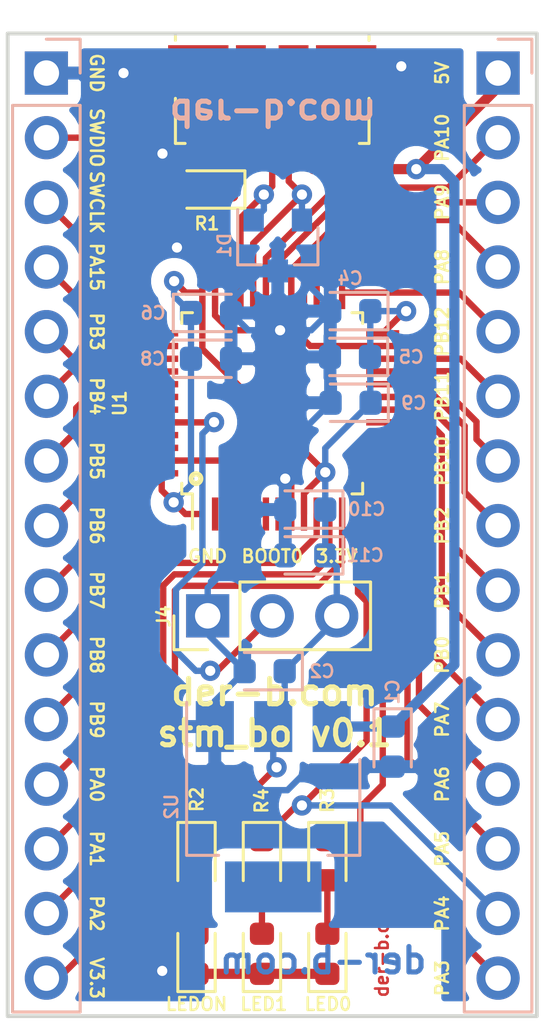
<source format=kicad_pcb>
(kicad_pcb (version 20171130) (host pcbnew 5.1.2)

  (general
    (thickness 1.6)
    (drawings 42)
    (tracks 287)
    (zones 0)
    (modules 23)
    (nets 47)
  )

  (page A4)
  (layers
    (0 F.Cu signal)
    (31 B.Cu signal)
    (32 B.Adhes user hide)
    (33 F.Adhes user hide)
    (34 B.Paste user hide)
    (35 F.Paste user hide)
    (36 B.SilkS user)
    (37 F.SilkS user)
    (38 B.Mask user hide)
    (39 F.Mask user hide)
    (40 Dwgs.User user hide)
    (41 Cmts.User user hide)
    (42 Eco1.User user hide)
    (43 Eco2.User user hide)
    (44 Edge.Cuts user)
    (45 Margin user hide)
    (46 B.CrtYd user hide)
    (47 F.CrtYd user hide)
    (48 B.Fab user hide)
    (49 F.Fab user hide)
  )

  (setup
    (last_trace_width 0.25)
    (user_trace_width 0.25)
    (user_trace_width 0.4)
    (trace_clearance 0.2)
    (zone_clearance 0.508)
    (zone_45_only no)
    (trace_min 0.2)
    (via_size 0.8)
    (via_drill 0.4)
    (via_min_size 0.4)
    (via_min_drill 0.3)
    (uvia_size 0.3)
    (uvia_drill 0.1)
    (uvias_allowed no)
    (uvia_min_size 0.2)
    (uvia_min_drill 0.1)
    (edge_width 0.15)
    (segment_width 0.2)
    (pcb_text_width 0.3)
    (pcb_text_size 1.5 1.5)
    (mod_edge_width 0.15)
    (mod_text_size 1 1)
    (mod_text_width 0.15)
    (pad_size 1.524 1.524)
    (pad_drill 0.762)
    (pad_to_mask_clearance 0.051)
    (solder_mask_min_width 0.25)
    (aux_axis_origin 88.9 33.685)
    (grid_origin 95.25 55.01)
    (visible_elements FFFFFF7F)
    (pcbplotparams
      (layerselection 0x010fc_ffffffff)
      (usegerberextensions false)
      (usegerberattributes false)
      (usegerberadvancedattributes false)
      (creategerberjobfile true)
      (excludeedgelayer true)
      (linewidth 0.100000)
      (plotframeref false)
      (viasonmask false)
      (mode 1)
      (useauxorigin false)
      (hpglpennumber 1)
      (hpglpenspeed 20)
      (hpglpendiameter 15.000000)
      (psnegative false)
      (psa4output false)
      (plotreference true)
      (plotvalue true)
      (plotinvisibletext false)
      (padsonsilk false)
      (subtractmaskfromsilk false)
      (outputformat 1)
      (mirror false)
      (drillshape 0)
      (scaleselection 1)
      (outputdirectory "stm32_breakout/"))
  )

  (net 0 "")
  (net 1 USB_D-)
  (net 2 USB_D+)
  (net 3 GND)
  (net 4 3.3V)
  (net 5 5V)
  (net 6 PA0)
  (net 7 PA1)
  (net 8 PA2)
  (net 9 PA3)
  (net 10 PA4)
  (net 11 PA5)
  (net 12 PA6)
  (net 13 PA7)
  (net 14 PB0)
  (net 15 PB1)
  (net 16 PA8)
  (net 17 PA9)
  (net 18 PA10)
  (net 19 SWDIO)
  (net 20 SWCLK)
  (net 21 PA15)
  (net 22 PB3)
  (net 23 PB4)
  (net 24 PB5)
  (net 25 PB6)
  (net 26 PB7)
  (net 27 PB8)
  (net 28 "Net-(LED0-Pad2)")
  (net 29 "Net-(LED1-Pad2)")
  (net 30 "Net-(J1-Pad4)")
  (net 31 "Net-(LEDON1-Pad2)")
  (net 32 PC13)
  (net 33 PC14)
  (net 34 PC15)
  (net 35 "Net-(U1-Pad5)")
  (net 36 "Net-(U1-Pad6)")
  (net 37 "Net-(U1-Pad7)")
  (net 38 PB10)
  (net 39 PB11)
  (net 40 PB12)
  (net 41 PB13)
  (net 42 PB14)
  (net 43 PB15)
  (net 44 BOOT0)
  (net 45 PB9)
  (net 46 PB2)

  (net_class Default "This is the default net class."
    (clearance 0.2)
    (trace_width 0.25)
    (via_dia 0.8)
    (via_drill 0.4)
    (uvia_dia 0.3)
    (uvia_drill 0.1)
    (add_net 3.3V)
    (add_net 5V)
    (add_net BOOT0)
    (add_net GND)
    (add_net "Net-(J1-Pad4)")
    (add_net "Net-(LED0-Pad2)")
    (add_net "Net-(LED1-Pad2)")
    (add_net "Net-(LEDON1-Pad2)")
    (add_net "Net-(U1-Pad5)")
    (add_net "Net-(U1-Pad6)")
    (add_net "Net-(U1-Pad7)")
    (add_net PA0)
    (add_net PA1)
    (add_net PA10)
    (add_net PA15)
    (add_net PA2)
    (add_net PA3)
    (add_net PA4)
    (add_net PA5)
    (add_net PA6)
    (add_net PA7)
    (add_net PA8)
    (add_net PA9)
    (add_net PB0)
    (add_net PB1)
    (add_net PB10)
    (add_net PB11)
    (add_net PB12)
    (add_net PB13)
    (add_net PB14)
    (add_net PB15)
    (add_net PB2)
    (add_net PB3)
    (add_net PB4)
    (add_net PB5)
    (add_net PB6)
    (add_net PB7)
    (add_net PB8)
    (add_net PB9)
    (add_net PC13)
    (add_net PC14)
    (add_net PC15)
    (add_net SWCLK)
    (add_net SWDIO)
    (add_net USB_D+)
    (add_net USB_D-)
  )

  (module Connector_PinHeader_2.54mm:PinHeader_1x03_P2.54mm_Vertical (layer F.Cu) (tedit 5C743A6F) (tstamp 5C741B27)
    (at 95.25 55.01 90)
    (descr "Through hole straight pin header, 1x03, 2.54mm pitch, single row")
    (tags "Through hole pin header THT 1x03 2.54mm single row")
    (path /5C7F56EA)
    (fp_text reference J4 (at -0.02 -1.73 90) (layer F.SilkS)
      (effects (font (size 0.5 0.5) (thickness 0.1)))
    )
    (fp_text value Conn_01x03_Male (at 0 7.41 90) (layer F.Fab)
      (effects (font (size 1 1) (thickness 0.15)))
    )
    (fp_line (start -0.635 -1.27) (end 1.27 -1.27) (layer F.Fab) (width 0.1))
    (fp_line (start 1.27 -1.27) (end 1.27 6.35) (layer F.Fab) (width 0.1))
    (fp_line (start 1.27 6.35) (end -1.27 6.35) (layer F.Fab) (width 0.1))
    (fp_line (start -1.27 6.35) (end -1.27 -0.635) (layer F.Fab) (width 0.1))
    (fp_line (start -1.27 -0.635) (end -0.635 -1.27) (layer F.Fab) (width 0.1))
    (fp_line (start -1.33 6.41) (end 1.33 6.41) (layer F.SilkS) (width 0.12))
    (fp_line (start -1.33 1.27) (end -1.33 6.41) (layer F.SilkS) (width 0.12))
    (fp_line (start 1.33 1.27) (end 1.33 6.41) (layer F.SilkS) (width 0.12))
    (fp_line (start -1.33 1.27) (end 1.33 1.27) (layer F.SilkS) (width 0.12))
    (fp_line (start -1.33 0) (end -1.33 -1.33) (layer F.SilkS) (width 0.12))
    (fp_line (start -1.33 -1.33) (end 0 -1.33) (layer F.SilkS) (width 0.12))
    (fp_line (start -1.8 -1.8) (end -1.8 6.85) (layer F.CrtYd) (width 0.05))
    (fp_line (start -1.8 6.85) (end 1.8 6.85) (layer F.CrtYd) (width 0.05))
    (fp_line (start 1.8 6.85) (end 1.8 -1.8) (layer F.CrtYd) (width 0.05))
    (fp_line (start 1.8 -1.8) (end -1.8 -1.8) (layer F.CrtYd) (width 0.05))
    (fp_text user %R (at 0 2.54 180) (layer F.Fab)
      (effects (font (size 1 1) (thickness 0.15)))
    )
    (pad 1 thru_hole rect (at 0 0 90) (size 1.7 1.7) (drill 1) (layers *.Cu *.Mask)
      (net 3 GND))
    (pad 2 thru_hole oval (at 0 2.54 90) (size 1.7 1.7) (drill 1) (layers *.Cu *.Mask)
      (net 44 BOOT0))
    (pad 3 thru_hole oval (at 0 5.08 90) (size 1.7 1.7) (drill 1) (layers *.Cu *.Mask)
      (net 4 3.3V))
    (model ${KISYS3DMOD}/Connector_PinHeader_2.54mm.3dshapes/PinHeader_1x03_P2.54mm_Vertical.wrl
      (at (xyz 0 0 0))
      (scale (xyz 1 1 1))
      (rotate (xyz 0 0 0))
    )
  )

  (module LED_SMD:LED_0603_1608Metric (layer B.Cu) (tedit 5C743B4E) (tstamp 5C72DA96)
    (at 97.4925 57.185 180)
    (descr "LED SMD 0603 (1608 Metric), square (rectangular) end terminal, IPC_7351 nominal, (Body size source: http://www.tortai-tech.com/upload/download/2011102023233369053.pdf), generated with kicad-footprint-generator")
    (tags diode)
    (path /5C7128F6)
    (attr smd)
    (fp_text reference C2 (at -2.2575 -0.005 180) (layer B.SilkS)
      (effects (font (size 0.5 0.5) (thickness 0.1)) (justify mirror))
    )
    (fp_text value 22u (at 0 -1.43 180) (layer B.Fab)
      (effects (font (size 1 1) (thickness 0.15)) (justify mirror))
    )
    (fp_line (start 0.8 0.4) (end -0.5 0.4) (layer B.Fab) (width 0.1))
    (fp_line (start -0.5 0.4) (end -0.8 0.1) (layer B.Fab) (width 0.1))
    (fp_line (start -0.8 0.1) (end -0.8 -0.4) (layer B.Fab) (width 0.1))
    (fp_line (start -0.8 -0.4) (end 0.8 -0.4) (layer B.Fab) (width 0.1))
    (fp_line (start 0.8 -0.4) (end 0.8 0.4) (layer B.Fab) (width 0.1))
    (fp_line (start 0.8 0.735) (end -1.485 0.735) (layer B.SilkS) (width 0.12))
    (fp_line (start -1.485 0.735) (end -1.485 -0.735) (layer B.SilkS) (width 0.12))
    (fp_line (start -1.485 -0.735) (end 0.8 -0.735) (layer B.SilkS) (width 0.12))
    (fp_line (start -1.48 -0.73) (end -1.48 0.73) (layer B.CrtYd) (width 0.05))
    (fp_line (start -1.48 0.73) (end 1.48 0.73) (layer B.CrtYd) (width 0.05))
    (fp_line (start 1.48 0.73) (end 1.48 -0.73) (layer B.CrtYd) (width 0.05))
    (fp_line (start 1.48 -0.73) (end -1.48 -0.73) (layer B.CrtYd) (width 0.05))
    (fp_text user %R (at 0 0 180) (layer B.Fab)
      (effects (font (size 0.4 0.4) (thickness 0.06)) (justify mirror))
    )
    (pad 1 smd roundrect (at -0.7875 0 180) (size 0.875 0.95) (layers B.Cu B.Paste B.Mask) (roundrect_rratio 0.25)
      (net 4 3.3V))
    (pad 2 smd roundrect (at 0.7875 0 180) (size 0.875 0.95) (layers B.Cu B.Paste B.Mask) (roundrect_rratio 0.25)
      (net 3 GND))
    (model ${KISYS3DMOD}/LED_SMD.3dshapes/LED_0603_1608Metric.wrl
      (at (xyz 0 0 0))
      (scale (xyz 1 1 1))
      (rotate (xyz 0 0 0))
    )
  )

  (module LED_SMD:LED_0603_1608Metric (layer F.Cu) (tedit 5C72C9BE) (tstamp 5C72DA83)
    (at 97.385 64.6125 270)
    (descr "LED SMD 0603 (1608 Metric), square (rectangular) end terminal, IPC_7351 nominal, (Body size source: http://www.tortai-tech.com/upload/download/2011102023233369053.pdf), generated with kicad-footprint-generator")
    (tags diode)
    (path /5C7EEAD8)
    (attr smd)
    (fp_text reference R4 (at -2.3325 0.015 270) (layer F.SilkS)
      (effects (font (size 0.5 0.5) (thickness 0.1)))
    )
    (fp_text value 100 (at 0 1.43 270) (layer F.Fab) hide
      (effects (font (size 1 1) (thickness 0.15)))
    )
    (fp_text user %R (at 0 0 270) (layer F.Fab)
      (effects (font (size 0.4 0.4) (thickness 0.06)))
    )
    (fp_line (start 1.48 0.73) (end -1.48 0.73) (layer F.CrtYd) (width 0.05))
    (fp_line (start 1.48 -0.73) (end 1.48 0.73) (layer F.CrtYd) (width 0.05))
    (fp_line (start -1.48 -0.73) (end 1.48 -0.73) (layer F.CrtYd) (width 0.05))
    (fp_line (start -1.48 0.73) (end -1.48 -0.73) (layer F.CrtYd) (width 0.05))
    (fp_line (start -1.485 0.735) (end 0.8 0.735) (layer F.SilkS) (width 0.12))
    (fp_line (start -1.485 -0.735) (end -1.485 0.735) (layer F.SilkS) (width 0.12))
    (fp_line (start 0.8 -0.735) (end -1.485 -0.735) (layer F.SilkS) (width 0.12))
    (fp_line (start 0.8 0.4) (end 0.8 -0.4) (layer F.Fab) (width 0.1))
    (fp_line (start -0.8 0.4) (end 0.8 0.4) (layer F.Fab) (width 0.1))
    (fp_line (start -0.8 -0.1) (end -0.8 0.4) (layer F.Fab) (width 0.1))
    (fp_line (start -0.5 -0.4) (end -0.8 -0.1) (layer F.Fab) (width 0.1))
    (fp_line (start 0.8 -0.4) (end -0.5 -0.4) (layer F.Fab) (width 0.1))
    (pad 2 smd roundrect (at 0.7875 0 270) (size 0.875 0.95) (layers F.Cu F.Paste F.Mask) (roundrect_rratio 0.25)
      (net 29 "Net-(LED1-Pad2)"))
    (pad 1 smd roundrect (at -0.7875 0 270) (size 0.875 0.95) (layers F.Cu F.Paste F.Mask) (roundrect_rratio 0.25)
      (net 10 PA4))
    (model ${KISYS3DMOD}/LED_SMD.3dshapes/LED_0603_1608Metric.wrl
      (at (xyz 0 0 0))
      (scale (xyz 1 1 1))
      (rotate (xyz 0 0 0))
    )
  )

  (module LED_SMD:LED_0603_1608Metric (layer F.Cu) (tedit 5C72C9D7) (tstamp 5C72F578)
    (at 99.96 64.6125 270)
    (descr "LED SMD 0603 (1608 Metric), square (rectangular) end terminal, IPC_7351 nominal, (Body size source: http://www.tortai-tech.com/upload/download/2011102023233369053.pdf), generated with kicad-footprint-generator")
    (tags diode)
    (path /5C7AC785)
    (attr smd)
    (fp_text reference R3 (at -2.3525 0 270) (layer F.SilkS)
      (effects (font (size 0.5 0.5) (thickness 0.1)))
    )
    (fp_text value 100 (at 0 1.43 270) (layer F.Fab) hide
      (effects (font (size 1 1) (thickness 0.15)))
    )
    (fp_line (start 0.8 -0.4) (end -0.5 -0.4) (layer F.Fab) (width 0.1))
    (fp_line (start -0.5 -0.4) (end -0.8 -0.1) (layer F.Fab) (width 0.1))
    (fp_line (start -0.8 -0.1) (end -0.8 0.4) (layer F.Fab) (width 0.1))
    (fp_line (start -0.8 0.4) (end 0.8 0.4) (layer F.Fab) (width 0.1))
    (fp_line (start 0.8 0.4) (end 0.8 -0.4) (layer F.Fab) (width 0.1))
    (fp_line (start 0.8 -0.735) (end -1.485 -0.735) (layer F.SilkS) (width 0.12))
    (fp_line (start -1.485 -0.735) (end -1.485 0.735) (layer F.SilkS) (width 0.12))
    (fp_line (start -1.485 0.735) (end 0.8 0.735) (layer F.SilkS) (width 0.12))
    (fp_line (start -1.48 0.73) (end -1.48 -0.73) (layer F.CrtYd) (width 0.05))
    (fp_line (start -1.48 -0.73) (end 1.48 -0.73) (layer F.CrtYd) (width 0.05))
    (fp_line (start 1.48 -0.73) (end 1.48 0.73) (layer F.CrtYd) (width 0.05))
    (fp_line (start 1.48 0.73) (end -1.48 0.73) (layer F.CrtYd) (width 0.05))
    (fp_text user %R (at 0 0 270) (layer F.Fab)
      (effects (font (size 0.4 0.4) (thickness 0.06)))
    )
    (pad 1 smd roundrect (at -0.7875 0 270) (size 0.875 0.95) (layers F.Cu F.Paste F.Mask) (roundrect_rratio 0.25)
      (net 9 PA3))
    (pad 2 smd roundrect (at 0.7875 0 270) (size 0.875 0.95) (layers F.Cu F.Paste F.Mask) (roundrect_rratio 0.25)
      (net 28 "Net-(LED0-Pad2)"))
    (model ${KISYS3DMOD}/LED_SMD.3dshapes/LED_0603_1608Metric.wrl
      (at (xyz 0 0 0))
      (scale (xyz 1 1 1))
      (rotate (xyz 0 0 0))
    )
  )

  (module LED_SMD:LED_0603_1608Metric (layer F.Cu) (tedit 5C72C9B3) (tstamp 5C72DA5D)
    (at 94.81 64.6125 270)
    (descr "LED SMD 0603 (1608 Metric), square (rectangular) end terminal, IPC_7351 nominal, (Body size source: http://www.tortai-tech.com/upload/download/2011102023233369053.pdf), generated with kicad-footprint-generator")
    (tags diode)
    (path /5C796A5B)
    (attr smd)
    (fp_text reference R2 (at -2.3875 -0.01 270) (layer F.SilkS)
      (effects (font (size 0.5 0.5) (thickness 0.1)))
    )
    (fp_text value 100 (at 0 1.43 270) (layer F.Fab) hide
      (effects (font (size 1 1) (thickness 0.15)))
    )
    (fp_text user %R (at 0 0 270) (layer F.Fab)
      (effects (font (size 0.4 0.4) (thickness 0.06)))
    )
    (fp_line (start 1.48 0.73) (end -1.48 0.73) (layer F.CrtYd) (width 0.05))
    (fp_line (start 1.48 -0.73) (end 1.48 0.73) (layer F.CrtYd) (width 0.05))
    (fp_line (start -1.48 -0.73) (end 1.48 -0.73) (layer F.CrtYd) (width 0.05))
    (fp_line (start -1.48 0.73) (end -1.48 -0.73) (layer F.CrtYd) (width 0.05))
    (fp_line (start -1.485 0.735) (end 0.8 0.735) (layer F.SilkS) (width 0.12))
    (fp_line (start -1.485 -0.735) (end -1.485 0.735) (layer F.SilkS) (width 0.12))
    (fp_line (start 0.8 -0.735) (end -1.485 -0.735) (layer F.SilkS) (width 0.12))
    (fp_line (start 0.8 0.4) (end 0.8 -0.4) (layer F.Fab) (width 0.1))
    (fp_line (start -0.8 0.4) (end 0.8 0.4) (layer F.Fab) (width 0.1))
    (fp_line (start -0.8 -0.1) (end -0.8 0.4) (layer F.Fab) (width 0.1))
    (fp_line (start -0.5 -0.4) (end -0.8 -0.1) (layer F.Fab) (width 0.1))
    (fp_line (start 0.8 -0.4) (end -0.5 -0.4) (layer F.Fab) (width 0.1))
    (pad 2 smd roundrect (at 0.7875 0 270) (size 0.875 0.95) (layers F.Cu F.Paste F.Mask) (roundrect_rratio 0.25)
      (net 31 "Net-(LEDON1-Pad2)"))
    (pad 1 smd roundrect (at -0.7875 0 270) (size 0.875 0.95) (layers F.Cu F.Paste F.Mask) (roundrect_rratio 0.25)
      (net 4 3.3V))
    (model ${KISYS3DMOD}/LED_SMD.3dshapes/LED_0603_1608Metric.wrl
      (at (xyz 0 0 0))
      (scale (xyz 1 1 1))
      (rotate (xyz 0 0 0))
    )
  )

  (module LED_SMD:LED_0603_1608Metric (layer F.Cu) (tedit 5C743A11) (tstamp 5C72DA4A)
    (at 95.23 38.26 180)
    (descr "LED SMD 0603 (1608 Metric), square (rectangular) end terminal, IPC_7351 nominal, (Body size source: http://www.tortai-tech.com/upload/download/2011102023233369053.pdf), generated with kicad-footprint-generator")
    (tags diode)
    (path /5C713A36)
    (attr smd)
    (fp_text reference R1 (at 0.01 -1.34 180) (layer F.SilkS)
      (effects (font (size 0.5 0.5) (thickness 0.1)))
    )
    (fp_text value 100 (at 0 1.43 180) (layer F.Fab)
      (effects (font (size 1 1) (thickness 0.15)))
    )
    (fp_line (start 0.8 -0.4) (end -0.5 -0.4) (layer F.Fab) (width 0.1))
    (fp_line (start -0.5 -0.4) (end -0.8 -0.1) (layer F.Fab) (width 0.1))
    (fp_line (start -0.8 -0.1) (end -0.8 0.4) (layer F.Fab) (width 0.1))
    (fp_line (start -0.8 0.4) (end 0.8 0.4) (layer F.Fab) (width 0.1))
    (fp_line (start 0.8 0.4) (end 0.8 -0.4) (layer F.Fab) (width 0.1))
    (fp_line (start 0.8 -0.735) (end -1.485 -0.735) (layer F.SilkS) (width 0.12))
    (fp_line (start -1.485 -0.735) (end -1.485 0.735) (layer F.SilkS) (width 0.12))
    (fp_line (start -1.485 0.735) (end 0.8 0.735) (layer F.SilkS) (width 0.12))
    (fp_line (start -1.48 0.73) (end -1.48 -0.73) (layer F.CrtYd) (width 0.05))
    (fp_line (start -1.48 -0.73) (end 1.48 -0.73) (layer F.CrtYd) (width 0.05))
    (fp_line (start 1.48 -0.73) (end 1.48 0.73) (layer F.CrtYd) (width 0.05))
    (fp_line (start 1.48 0.73) (end -1.48 0.73) (layer F.CrtYd) (width 0.05))
    (fp_text user %R (at 0 0 180) (layer F.Fab)
      (effects (font (size 0.4 0.4) (thickness 0.06)))
    )
    (pad 1 smd roundrect (at -0.7875 0 180) (size 0.875 0.95) (layers F.Cu F.Paste F.Mask) (roundrect_rratio 0.25)
      (net 30 "Net-(J1-Pad4)"))
    (pad 2 smd roundrect (at 0.7875 0 180) (size 0.875 0.95) (layers F.Cu F.Paste F.Mask) (roundrect_rratio 0.25)
      (net 3 GND))
    (model ${KISYS3DMOD}/LED_SMD.3dshapes/LED_0603_1608Metric.wrl
      (at (xyz 0 0 0))
      (scale (xyz 1 1 1))
      (rotate (xyz 0 0 0))
    )
  )

  (module LED_SMD:LED_0603_1608Metric (layer F.Cu) (tedit 5C72C984) (tstamp 5C72F270)
    (at 94.81 68.2875 90)
    (descr "LED SMD 0603 (1608 Metric), square (rectangular) end terminal, IPC_7351 nominal, (Body size source: http://www.tortai-tech.com/upload/download/2011102023233369053.pdf), generated with kicad-footprint-generator")
    (tags diode)
    (path /5C78A700)
    (attr smd)
    (fp_text reference LEDON (at -1.9775 0 180) (layer F.SilkS)
      (effects (font (size 0.5 0.5) (thickness 0.1)))
    )
    (fp_text value LED_Small (at 0 1.43 90) (layer F.Fab) hide
      (effects (font (size 1 1) (thickness 0.15)))
    )
    (fp_text user %R (at 0 0 90) (layer F.Fab)
      (effects (font (size 0.4 0.4) (thickness 0.06)))
    )
    (fp_line (start 1.48 0.73) (end -1.48 0.73) (layer F.CrtYd) (width 0.05))
    (fp_line (start 1.48 -0.73) (end 1.48 0.73) (layer F.CrtYd) (width 0.05))
    (fp_line (start -1.48 -0.73) (end 1.48 -0.73) (layer F.CrtYd) (width 0.05))
    (fp_line (start -1.48 0.73) (end -1.48 -0.73) (layer F.CrtYd) (width 0.05))
    (fp_line (start -1.485 0.735) (end 0.8 0.735) (layer F.SilkS) (width 0.12))
    (fp_line (start -1.485 -0.735) (end -1.485 0.735) (layer F.SilkS) (width 0.12))
    (fp_line (start 0.8 -0.735) (end -1.485 -0.735) (layer F.SilkS) (width 0.12))
    (fp_line (start 0.8 0.4) (end 0.8 -0.4) (layer F.Fab) (width 0.1))
    (fp_line (start -0.8 0.4) (end 0.8 0.4) (layer F.Fab) (width 0.1))
    (fp_line (start -0.8 -0.1) (end -0.8 0.4) (layer F.Fab) (width 0.1))
    (fp_line (start -0.5 -0.4) (end -0.8 -0.1) (layer F.Fab) (width 0.1))
    (fp_line (start 0.8 -0.4) (end -0.5 -0.4) (layer F.Fab) (width 0.1))
    (pad 2 smd roundrect (at 0.7875 0 90) (size 0.875 0.95) (layers F.Cu F.Paste F.Mask) (roundrect_rratio 0.25)
      (net 31 "Net-(LEDON1-Pad2)"))
    (pad 1 smd roundrect (at -0.7875 0 90) (size 0.875 0.95) (layers F.Cu F.Paste F.Mask) (roundrect_rratio 0.25)
      (net 3 GND))
    (model ${KISYS3DMOD}/LED_SMD.3dshapes/LED_0603_1608Metric.wrl
      (at (xyz 0 0 0))
      (scale (xyz 1 1 1))
      (rotate (xyz 0 0 0))
    )
  )

  (module LED_SMD:LED_0603_1608Metric (layer F.Cu) (tedit 5C72C918) (tstamp 5C72DA24)
    (at 97.385 68.2875 90)
    (descr "LED SMD 0603 (1608 Metric), square (rectangular) end terminal, IPC_7351 nominal, (Body size source: http://www.tortai-tech.com/upload/download/2011102023233369053.pdf), generated with kicad-footprint-generator")
    (tags diode)
    (path /5C7EEACA)
    (attr smd)
    (fp_text reference LED1 (at -1.9775 0.075 180) (layer F.SilkS)
      (effects (font (size 0.5 0.5) (thickness 0.1)))
    )
    (fp_text value LED_Small (at 0 1.43 90) (layer F.Fab) hide
      (effects (font (size 1 1) (thickness 0.15)))
    )
    (fp_line (start 0.8 -0.4) (end -0.5 -0.4) (layer F.Fab) (width 0.1))
    (fp_line (start -0.5 -0.4) (end -0.8 -0.1) (layer F.Fab) (width 0.1))
    (fp_line (start -0.8 -0.1) (end -0.8 0.4) (layer F.Fab) (width 0.1))
    (fp_line (start -0.8 0.4) (end 0.8 0.4) (layer F.Fab) (width 0.1))
    (fp_line (start 0.8 0.4) (end 0.8 -0.4) (layer F.Fab) (width 0.1))
    (fp_line (start 0.8 -0.735) (end -1.485 -0.735) (layer F.SilkS) (width 0.12))
    (fp_line (start -1.485 -0.735) (end -1.485 0.735) (layer F.SilkS) (width 0.12))
    (fp_line (start -1.485 0.735) (end 0.8 0.735) (layer F.SilkS) (width 0.12))
    (fp_line (start -1.48 0.73) (end -1.48 -0.73) (layer F.CrtYd) (width 0.05))
    (fp_line (start -1.48 -0.73) (end 1.48 -0.73) (layer F.CrtYd) (width 0.05))
    (fp_line (start 1.48 -0.73) (end 1.48 0.73) (layer F.CrtYd) (width 0.05))
    (fp_line (start 1.48 0.73) (end -1.48 0.73) (layer F.CrtYd) (width 0.05))
    (fp_text user %R (at 0 0 90) (layer F.Fab)
      (effects (font (size 0.4 0.4) (thickness 0.06)))
    )
    (pad 1 smd roundrect (at -0.7875 0 90) (size 0.875 0.95) (layers F.Cu F.Paste F.Mask) (roundrect_rratio 0.25)
      (net 3 GND))
    (pad 2 smd roundrect (at 0.7875 0 90) (size 0.875 0.95) (layers F.Cu F.Paste F.Mask) (roundrect_rratio 0.25)
      (net 29 "Net-(LED1-Pad2)"))
    (model ${KISYS3DMOD}/LED_SMD.3dshapes/LED_0603_1608Metric.wrl
      (at (xyz 0 0 0))
      (scale (xyz 1 1 1))
      (rotate (xyz 0 0 0))
    )
  )

  (module LED_SMD:LED_0603_1608Metric (layer F.Cu) (tedit 5C72C940) (tstamp 5C72DA11)
    (at 99.96 68.2875 90)
    (descr "LED SMD 0603 (1608 Metric), square (rectangular) end terminal, IPC_7351 nominal, (Body size source: http://www.tortai-tech.com/upload/download/2011102023233369053.pdf), generated with kicad-footprint-generator")
    (tags diode)
    (path /5C7AC777)
    (attr smd)
    (fp_text reference LED0 (at -1.9775 0.025 180) (layer F.SilkS)
      (effects (font (size 0.5 0.5) (thickness 0.1)))
    )
    (fp_text value LED_Small (at 0 1.43 90) (layer F.Fab) hide
      (effects (font (size 1 1) (thickness 0.15)))
    )
    (fp_text user %R (at 0 0 90) (layer F.Fab)
      (effects (font (size 0.4 0.4) (thickness 0.06)))
    )
    (fp_line (start 1.48 0.73) (end -1.48 0.73) (layer F.CrtYd) (width 0.05))
    (fp_line (start 1.48 -0.73) (end 1.48 0.73) (layer F.CrtYd) (width 0.05))
    (fp_line (start -1.48 -0.73) (end 1.48 -0.73) (layer F.CrtYd) (width 0.05))
    (fp_line (start -1.48 0.73) (end -1.48 -0.73) (layer F.CrtYd) (width 0.05))
    (fp_line (start -1.485 0.735) (end 0.8 0.735) (layer F.SilkS) (width 0.12))
    (fp_line (start -1.485 -0.735) (end -1.485 0.735) (layer F.SilkS) (width 0.12))
    (fp_line (start 0.8 -0.735) (end -1.485 -0.735) (layer F.SilkS) (width 0.12))
    (fp_line (start 0.8 0.4) (end 0.8 -0.4) (layer F.Fab) (width 0.1))
    (fp_line (start -0.8 0.4) (end 0.8 0.4) (layer F.Fab) (width 0.1))
    (fp_line (start -0.8 -0.1) (end -0.8 0.4) (layer F.Fab) (width 0.1))
    (fp_line (start -0.5 -0.4) (end -0.8 -0.1) (layer F.Fab) (width 0.1))
    (fp_line (start 0.8 -0.4) (end -0.5 -0.4) (layer F.Fab) (width 0.1))
    (pad 2 smd roundrect (at 0.7875 0 90) (size 0.875 0.95) (layers F.Cu F.Paste F.Mask) (roundrect_rratio 0.25)
      (net 28 "Net-(LED0-Pad2)"))
    (pad 1 smd roundrect (at -0.7875 0 90) (size 0.875 0.95) (layers F.Cu F.Paste F.Mask) (roundrect_rratio 0.25)
      (net 3 GND))
    (model ${KISYS3DMOD}/LED_SMD.3dshapes/LED_0603_1608Metric.wrl
      (at (xyz 0 0 0))
      (scale (xyz 1 1 1))
      (rotate (xyz 0 0 0))
    )
  )

  (module LED_SMD:LED_0603_1608Metric (layer B.Cu) (tedit 5C743B6E) (tstamp 5C72D9FE)
    (at 99.089503 50.835 180)
    (descr "LED SMD 0603 (1608 Metric), square (rectangular) end terminal, IPC_7351 nominal, (Body size source: http://www.tortai-tech.com/upload/download/2011102023233369053.pdf), generated with kicad-footprint-generator")
    (tags diode)
    (path /5C719CDE)
    (attr smd)
    (fp_text reference C10 (at -2.420497 0.015 180) (layer B.SilkS)
      (effects (font (size 0.5 0.5) (thickness 0.1)) (justify mirror))
    )
    (fp_text value 10n (at 0 -1.43 180) (layer B.Fab)
      (effects (font (size 1 1) (thickness 0.15)) (justify mirror))
    )
    (fp_line (start 0.8 0.4) (end -0.5 0.4) (layer B.Fab) (width 0.1))
    (fp_line (start -0.5 0.4) (end -0.8 0.1) (layer B.Fab) (width 0.1))
    (fp_line (start -0.8 0.1) (end -0.8 -0.4) (layer B.Fab) (width 0.1))
    (fp_line (start -0.8 -0.4) (end 0.8 -0.4) (layer B.Fab) (width 0.1))
    (fp_line (start 0.8 -0.4) (end 0.8 0.4) (layer B.Fab) (width 0.1))
    (fp_line (start 0.8 0.735) (end -1.485 0.735) (layer B.SilkS) (width 0.12))
    (fp_line (start -1.485 0.735) (end -1.485 -0.735) (layer B.SilkS) (width 0.12))
    (fp_line (start -1.485 -0.735) (end 0.8 -0.735) (layer B.SilkS) (width 0.12))
    (fp_line (start -1.48 -0.73) (end -1.48 0.73) (layer B.CrtYd) (width 0.05))
    (fp_line (start -1.48 0.73) (end 1.48 0.73) (layer B.CrtYd) (width 0.05))
    (fp_line (start 1.48 0.73) (end 1.48 -0.73) (layer B.CrtYd) (width 0.05))
    (fp_line (start 1.48 -0.73) (end -1.48 -0.73) (layer B.CrtYd) (width 0.05))
    (fp_text user %R (at 0 0 180) (layer B.Fab)
      (effects (font (size 0.4 0.4) (thickness 0.06)) (justify mirror))
    )
    (pad 1 smd roundrect (at -0.7875 0 180) (size 0.875 0.95) (layers B.Cu B.Paste B.Mask) (roundrect_rratio 0.25)
      (net 4 3.3V))
    (pad 2 smd roundrect (at 0.7875 0 180) (size 0.875 0.95) (layers B.Cu B.Paste B.Mask) (roundrect_rratio 0.25)
      (net 3 GND))
    (model ${KISYS3DMOD}/LED_SMD.3dshapes/LED_0603_1608Metric.wrl
      (at (xyz 0 0 0))
      (scale (xyz 1 1 1))
      (rotate (xyz 0 0 0))
    )
  )

  (module LED_SMD:LED_0603_1608Metric (layer B.Cu) (tedit 5C74398A) (tstamp 5C72D9EB)
    (at 100.874812 46.637893 180)
    (descr "LED SMD 0603 (1608 Metric), square (rectangular) end terminal, IPC_7351 nominal, (Body size source: http://www.tortai-tech.com/upload/download/2011102023233369053.pdf), generated with kicad-footprint-generator")
    (tags diode)
    (path /5C79258A)
    (attr smd)
    (fp_text reference C9 (at -2.485188 -0.012107 180) (layer B.SilkS)
      (effects (font (size 0.5 0.5) (thickness 0.1)) (justify mirror))
    )
    (fp_text value 4.7u (at 0 -1.43 180) (layer B.Fab)
      (effects (font (size 1 1) (thickness 0.15)) (justify mirror))
    )
    (fp_text user %R (at 0 0 180) (layer B.Fab)
      (effects (font (size 0.4 0.4) (thickness 0.06)) (justify mirror))
    )
    (fp_line (start 1.48 -0.73) (end -1.48 -0.73) (layer B.CrtYd) (width 0.05))
    (fp_line (start 1.48 0.73) (end 1.48 -0.73) (layer B.CrtYd) (width 0.05))
    (fp_line (start -1.48 0.73) (end 1.48 0.73) (layer B.CrtYd) (width 0.05))
    (fp_line (start -1.48 -0.73) (end -1.48 0.73) (layer B.CrtYd) (width 0.05))
    (fp_line (start -1.485 -0.735) (end 0.8 -0.735) (layer B.SilkS) (width 0.12))
    (fp_line (start -1.485 0.735) (end -1.485 -0.735) (layer B.SilkS) (width 0.12))
    (fp_line (start 0.8 0.735) (end -1.485 0.735) (layer B.SilkS) (width 0.12))
    (fp_line (start 0.8 -0.4) (end 0.8 0.4) (layer B.Fab) (width 0.1))
    (fp_line (start -0.8 -0.4) (end 0.8 -0.4) (layer B.Fab) (width 0.1))
    (fp_line (start -0.8 0.1) (end -0.8 -0.4) (layer B.Fab) (width 0.1))
    (fp_line (start -0.5 0.4) (end -0.8 0.1) (layer B.Fab) (width 0.1))
    (fp_line (start 0.8 0.4) (end -0.5 0.4) (layer B.Fab) (width 0.1))
    (pad 2 smd roundrect (at 0.7875 0 180) (size 0.875 0.95) (layers B.Cu B.Paste B.Mask) (roundrect_rratio 0.25)
      (net 3 GND))
    (pad 1 smd roundrect (at -0.7875 0 180) (size 0.875 0.95) (layers B.Cu B.Paste B.Mask) (roundrect_rratio 0.25)
      (net 4 3.3V))
    (model ${KISYS3DMOD}/LED_SMD.3dshapes/LED_0603_1608Metric.wrl
      (at (xyz 0 0 0))
      (scale (xyz 1 1 1))
      (rotate (xyz 0 0 0))
    )
  )

  (module LED_SMD:LED_0603_1608Metric (layer B.Cu) (tedit 5C7439C8) (tstamp 5C72D9D8)
    (at 95.38 44.91)
    (descr "LED SMD 0603 (1608 Metric), square (rectangular) end terminal, IPC_7351 nominal, (Body size source: http://www.tortai-tech.com/upload/download/2011102023233369053.pdf), generated with kicad-footprint-generator")
    (tags diode)
    (path /5C78E410)
    (attr smd)
    (fp_text reference C8 (at -2.3 0) (layer B.SilkS)
      (effects (font (size 0.5 0.5) (thickness 0.1)) (justify mirror))
    )
    (fp_text value 100n (at 0 -1.43) (layer B.Fab)
      (effects (font (size 1 1) (thickness 0.15)) (justify mirror))
    )
    (fp_line (start 0.8 0.4) (end -0.5 0.4) (layer B.Fab) (width 0.1))
    (fp_line (start -0.5 0.4) (end -0.8 0.1) (layer B.Fab) (width 0.1))
    (fp_line (start -0.8 0.1) (end -0.8 -0.4) (layer B.Fab) (width 0.1))
    (fp_line (start -0.8 -0.4) (end 0.8 -0.4) (layer B.Fab) (width 0.1))
    (fp_line (start 0.8 -0.4) (end 0.8 0.4) (layer B.Fab) (width 0.1))
    (fp_line (start 0.8 0.735) (end -1.485 0.735) (layer B.SilkS) (width 0.12))
    (fp_line (start -1.485 0.735) (end -1.485 -0.735) (layer B.SilkS) (width 0.12))
    (fp_line (start -1.485 -0.735) (end 0.8 -0.735) (layer B.SilkS) (width 0.12))
    (fp_line (start -1.48 -0.73) (end -1.48 0.73) (layer B.CrtYd) (width 0.05))
    (fp_line (start -1.48 0.73) (end 1.48 0.73) (layer B.CrtYd) (width 0.05))
    (fp_line (start 1.48 0.73) (end 1.48 -0.73) (layer B.CrtYd) (width 0.05))
    (fp_line (start 1.48 -0.73) (end -1.48 -0.73) (layer B.CrtYd) (width 0.05))
    (fp_text user %R (at 0 0) (layer B.Fab)
      (effects (font (size 0.4 0.4) (thickness 0.06)) (justify mirror))
    )
    (pad 1 smd roundrect (at -0.7875 0) (size 0.875 0.95) (layers B.Cu B.Paste B.Mask) (roundrect_rratio 0.25)
      (net 4 3.3V))
    (pad 2 smd roundrect (at 0.7875 0) (size 0.875 0.95) (layers B.Cu B.Paste B.Mask) (roundrect_rratio 0.25)
      (net 3 GND))
    (model ${KISYS3DMOD}/LED_SMD.3dshapes/LED_0603_1608Metric.wrl
      (at (xyz 0 0 0))
      (scale (xyz 1 1 1))
      (rotate (xyz 0 0 0))
    )
  )

  (module LED_SMD:LED_0603_1608Metric (layer B.Cu) (tedit 5C7439B7) (tstamp 5C72D9B2)
    (at 95.38 43.11)
    (descr "LED SMD 0603 (1608 Metric), square (rectangular) end terminal, IPC_7351 nominal, (Body size source: http://www.tortai-tech.com/upload/download/2011102023233369053.pdf), generated with kicad-footprint-generator")
    (tags diode)
    (path /5C718D63)
    (attr smd)
    (fp_text reference C6 (at -2.28 0) (layer B.SilkS)
      (effects (font (size 0.5 0.5) (thickness 0.1)) (justify mirror))
    )
    (fp_text value 4.7u (at 0 -1.43) (layer B.Fab)
      (effects (font (size 1 1) (thickness 0.15)) (justify mirror))
    )
    (fp_line (start 0.8 0.4) (end -0.5 0.4) (layer B.Fab) (width 0.1))
    (fp_line (start -0.5 0.4) (end -0.8 0.1) (layer B.Fab) (width 0.1))
    (fp_line (start -0.8 0.1) (end -0.8 -0.4) (layer B.Fab) (width 0.1))
    (fp_line (start -0.8 -0.4) (end 0.8 -0.4) (layer B.Fab) (width 0.1))
    (fp_line (start 0.8 -0.4) (end 0.8 0.4) (layer B.Fab) (width 0.1))
    (fp_line (start 0.8 0.735) (end -1.485 0.735) (layer B.SilkS) (width 0.12))
    (fp_line (start -1.485 0.735) (end -1.485 -0.735) (layer B.SilkS) (width 0.12))
    (fp_line (start -1.485 -0.735) (end 0.8 -0.735) (layer B.SilkS) (width 0.12))
    (fp_line (start -1.48 -0.73) (end -1.48 0.73) (layer B.CrtYd) (width 0.05))
    (fp_line (start -1.48 0.73) (end 1.48 0.73) (layer B.CrtYd) (width 0.05))
    (fp_line (start 1.48 0.73) (end 1.48 -0.73) (layer B.CrtYd) (width 0.05))
    (fp_line (start 1.48 -0.73) (end -1.48 -0.73) (layer B.CrtYd) (width 0.05))
    (fp_text user %R (at 0 0) (layer B.Fab)
      (effects (font (size 0.4 0.4) (thickness 0.06)) (justify mirror))
    )
    (pad 1 smd roundrect (at -0.7875 0) (size 0.875 0.95) (layers B.Cu B.Paste B.Mask) (roundrect_rratio 0.25)
      (net 4 3.3V))
    (pad 2 smd roundrect (at 0.7875 0) (size 0.875 0.95) (layers B.Cu B.Paste B.Mask) (roundrect_rratio 0.25)
      (net 3 GND))
    (model ${KISYS3DMOD}/LED_SMD.3dshapes/LED_0603_1608Metric.wrl
      (at (xyz 0 0 0))
      (scale (xyz 1 1 1))
      (rotate (xyz 0 0 0))
    )
  )

  (module LED_SMD:LED_0603_1608Metric (layer B.Cu) (tedit 5C743968) (tstamp 5C72D99F)
    (at 100.849812 44.837893 180)
    (descr "LED SMD 0603 (1608 Metric), square (rectangular) end terminal, IPC_7351 nominal, (Body size source: http://www.tortai-tech.com/upload/download/2011102023233369053.pdf), generated with kicad-footprint-generator")
    (tags diode)
    (path /5C718D5D)
    (attr smd)
    (fp_text reference C5 (at -2.410188 -0.002107 180) (layer B.SilkS)
      (effects (font (size 0.5 0.5) (thickness 0.1)) (justify mirror))
    )
    (fp_text value 100n (at 0 -1.43 180) (layer B.Fab)
      (effects (font (size 1 1) (thickness 0.15)) (justify mirror))
    )
    (fp_text user %R (at 0 0 180) (layer B.Fab)
      (effects (font (size 0.4 0.4) (thickness 0.06)) (justify mirror))
    )
    (fp_line (start 1.48 -0.73) (end -1.48 -0.73) (layer B.CrtYd) (width 0.05))
    (fp_line (start 1.48 0.73) (end 1.48 -0.73) (layer B.CrtYd) (width 0.05))
    (fp_line (start -1.48 0.73) (end 1.48 0.73) (layer B.CrtYd) (width 0.05))
    (fp_line (start -1.48 -0.73) (end -1.48 0.73) (layer B.CrtYd) (width 0.05))
    (fp_line (start -1.485 -0.735) (end 0.8 -0.735) (layer B.SilkS) (width 0.12))
    (fp_line (start -1.485 0.735) (end -1.485 -0.735) (layer B.SilkS) (width 0.12))
    (fp_line (start 0.8 0.735) (end -1.485 0.735) (layer B.SilkS) (width 0.12))
    (fp_line (start 0.8 -0.4) (end 0.8 0.4) (layer B.Fab) (width 0.1))
    (fp_line (start -0.8 -0.4) (end 0.8 -0.4) (layer B.Fab) (width 0.1))
    (fp_line (start -0.8 0.1) (end -0.8 -0.4) (layer B.Fab) (width 0.1))
    (fp_line (start -0.5 0.4) (end -0.8 0.1) (layer B.Fab) (width 0.1))
    (fp_line (start 0.8 0.4) (end -0.5 0.4) (layer B.Fab) (width 0.1))
    (pad 2 smd roundrect (at 0.7875 0 180) (size 0.875 0.95) (layers B.Cu B.Paste B.Mask) (roundrect_rratio 0.25)
      (net 3 GND))
    (pad 1 smd roundrect (at -0.7875 0 180) (size 0.875 0.95) (layers B.Cu B.Paste B.Mask) (roundrect_rratio 0.25)
      (net 4 3.3V))
    (model ${KISYS3DMOD}/LED_SMD.3dshapes/LED_0603_1608Metric.wrl
      (at (xyz 0 0 0))
      (scale (xyz 1 1 1))
      (rotate (xyz 0 0 0))
    )
  )

  (module LED_SMD:LED_0603_1608Metric (layer B.Cu) (tedit 5C743954) (tstamp 5C72D98C)
    (at 100.862312 43.037893 180)
    (descr "LED SMD 0603 (1608 Metric), square (rectangular) end terminal, IPC_7351 nominal, (Body size source: http://www.tortai-tech.com/upload/download/2011102023233369053.pdf), generated with kicad-footprint-generator")
    (tags diode)
    (path /5C718D56)
    (attr smd)
    (fp_text reference C4 (at 0.002312 1.287893 180) (layer B.SilkS)
      (effects (font (size 0.5 0.5) (thickness 0.1)) (justify mirror))
    )
    (fp_text value 100n (at 0 -1.43 180) (layer B.Fab)
      (effects (font (size 1 1) (thickness 0.15)) (justify mirror))
    )
    (fp_line (start 0.8 0.4) (end -0.5 0.4) (layer B.Fab) (width 0.1))
    (fp_line (start -0.5 0.4) (end -0.8 0.1) (layer B.Fab) (width 0.1))
    (fp_line (start -0.8 0.1) (end -0.8 -0.4) (layer B.Fab) (width 0.1))
    (fp_line (start -0.8 -0.4) (end 0.8 -0.4) (layer B.Fab) (width 0.1))
    (fp_line (start 0.8 -0.4) (end 0.8 0.4) (layer B.Fab) (width 0.1))
    (fp_line (start 0.8 0.735) (end -1.485 0.735) (layer B.SilkS) (width 0.12))
    (fp_line (start -1.485 0.735) (end -1.485 -0.735) (layer B.SilkS) (width 0.12))
    (fp_line (start -1.485 -0.735) (end 0.8 -0.735) (layer B.SilkS) (width 0.12))
    (fp_line (start -1.48 -0.73) (end -1.48 0.73) (layer B.CrtYd) (width 0.05))
    (fp_line (start -1.48 0.73) (end 1.48 0.73) (layer B.CrtYd) (width 0.05))
    (fp_line (start 1.48 0.73) (end 1.48 -0.73) (layer B.CrtYd) (width 0.05))
    (fp_line (start 1.48 -0.73) (end -1.48 -0.73) (layer B.CrtYd) (width 0.05))
    (fp_text user %R (at 0 0 180) (layer B.Fab)
      (effects (font (size 0.4 0.4) (thickness 0.06)) (justify mirror))
    )
    (pad 1 smd roundrect (at -0.7875 0 180) (size 0.875 0.95) (layers B.Cu B.Paste B.Mask) (roundrect_rratio 0.25)
      (net 4 3.3V))
    (pad 2 smd roundrect (at 0.7875 0 180) (size 0.875 0.95) (layers B.Cu B.Paste B.Mask) (roundrect_rratio 0.25)
      (net 3 GND))
    (model ${KISYS3DMOD}/LED_SMD.3dshapes/LED_0603_1608Metric.wrl
      (at (xyz 0 0 0))
      (scale (xyz 1 1 1))
      (rotate (xyz 0 0 0))
    )
  )

  (module LED_SMD:LED_0603_1608Metric (layer B.Cu) (tedit 5C743B34) (tstamp 5C72D979)
    (at 102.53 60.1475 270)
    (descr "LED SMD 0603 (1608 Metric), square (rectangular) end terminal, IPC_7351 nominal, (Body size source: http://www.tortai-tech.com/upload/download/2011102023233369053.pdf), generated with kicad-footprint-generator")
    (tags diode)
    (path /5C712886)
    (attr smd)
    (fp_text reference C1 (at -2.1475 0 270) (layer B.SilkS)
      (effects (font (size 0.5 0.5) (thickness 0.1)) (justify mirror))
    )
    (fp_text value 10u (at 0 -1.43 270) (layer B.Fab)
      (effects (font (size 1 1) (thickness 0.15)) (justify mirror))
    )
    (fp_text user %R (at 0 0 270) (layer B.Fab)
      (effects (font (size 0.4 0.4) (thickness 0.06)) (justify mirror))
    )
    (fp_line (start 1.48 -0.73) (end -1.48 -0.73) (layer B.CrtYd) (width 0.05))
    (fp_line (start 1.48 0.73) (end 1.48 -0.73) (layer B.CrtYd) (width 0.05))
    (fp_line (start -1.48 0.73) (end 1.48 0.73) (layer B.CrtYd) (width 0.05))
    (fp_line (start -1.48 -0.73) (end -1.48 0.73) (layer B.CrtYd) (width 0.05))
    (fp_line (start -1.485 -0.735) (end 0.8 -0.735) (layer B.SilkS) (width 0.12))
    (fp_line (start -1.485 0.735) (end -1.485 -0.735) (layer B.SilkS) (width 0.12))
    (fp_line (start 0.8 0.735) (end -1.485 0.735) (layer B.SilkS) (width 0.12))
    (fp_line (start 0.8 -0.4) (end 0.8 0.4) (layer B.Fab) (width 0.1))
    (fp_line (start -0.8 -0.4) (end 0.8 -0.4) (layer B.Fab) (width 0.1))
    (fp_line (start -0.8 0.1) (end -0.8 -0.4) (layer B.Fab) (width 0.1))
    (fp_line (start -0.5 0.4) (end -0.8 0.1) (layer B.Fab) (width 0.1))
    (fp_line (start 0.8 0.4) (end -0.5 0.4) (layer B.Fab) (width 0.1))
    (pad 2 smd roundrect (at 0.7875 0 270) (size 0.875 0.95) (layers B.Cu B.Paste B.Mask) (roundrect_rratio 0.25)
      (net 3 GND))
    (pad 1 smd roundrect (at -0.7875 0 270) (size 0.875 0.95) (layers B.Cu B.Paste B.Mask) (roundrect_rratio 0.25)
      (net 5 5V))
    (model ${KISYS3DMOD}/LED_SMD.3dshapes/LED_0603_1608Metric.wrl
      (at (xyz 0 0 0))
      (scale (xyz 1 1 1))
      (rotate (xyz 0 0 0))
    )
  )

  (module LED_SMD:LED_0603_1608Metric (layer B.Cu) (tedit 5C743B89) (tstamp 5C72D966)
    (at 99.089503 52.635 180)
    (descr "LED SMD 0603 (1608 Metric), square (rectangular) end terminal, IPC_7351 nominal, (Body size source: http://www.tortai-tech.com/upload/download/2011102023233369053.pdf), generated with kicad-footprint-generator")
    (tags diode)
    (path /5C719CE4)
    (attr smd)
    (fp_text reference C11 (at -2.360497 0.005 180) (layer B.SilkS)
      (effects (font (size 0.5 0.5) (thickness 0.1)) (justify mirror))
    )
    (fp_text value 1u (at 0 -1.43 180) (layer B.Fab)
      (effects (font (size 1 1) (thickness 0.15)) (justify mirror))
    )
    (fp_line (start 0.8 0.4) (end -0.5 0.4) (layer B.Fab) (width 0.1))
    (fp_line (start -0.5 0.4) (end -0.8 0.1) (layer B.Fab) (width 0.1))
    (fp_line (start -0.8 0.1) (end -0.8 -0.4) (layer B.Fab) (width 0.1))
    (fp_line (start -0.8 -0.4) (end 0.8 -0.4) (layer B.Fab) (width 0.1))
    (fp_line (start 0.8 -0.4) (end 0.8 0.4) (layer B.Fab) (width 0.1))
    (fp_line (start 0.8 0.735) (end -1.485 0.735) (layer B.SilkS) (width 0.12))
    (fp_line (start -1.485 0.735) (end -1.485 -0.735) (layer B.SilkS) (width 0.12))
    (fp_line (start -1.485 -0.735) (end 0.8 -0.735) (layer B.SilkS) (width 0.12))
    (fp_line (start -1.48 -0.73) (end -1.48 0.73) (layer B.CrtYd) (width 0.05))
    (fp_line (start -1.48 0.73) (end 1.48 0.73) (layer B.CrtYd) (width 0.05))
    (fp_line (start 1.48 0.73) (end 1.48 -0.73) (layer B.CrtYd) (width 0.05))
    (fp_line (start 1.48 -0.73) (end -1.48 -0.73) (layer B.CrtYd) (width 0.05))
    (fp_text user %R (at 0 0 180) (layer B.Fab)
      (effects (font (size 0.4 0.4) (thickness 0.06)) (justify mirror))
    )
    (pad 1 smd roundrect (at -0.7875 0 180) (size 0.875 0.95) (layers B.Cu B.Paste B.Mask) (roundrect_rratio 0.25)
      (net 4 3.3V))
    (pad 2 smd roundrect (at 0.7875 0 180) (size 0.875 0.95) (layers B.Cu B.Paste B.Mask) (roundrect_rratio 0.25)
      (net 3 GND))
    (model ${KISYS3DMOD}/LED_SMD.3dshapes/LED_0603_1608Metric.wrl
      (at (xyz 0 0 0))
      (scale (xyz 1 1 1))
      (rotate (xyz 0 0 0))
    )
  )

  (module Package_QFP:LQFP-48_7x7mm_P0.5mm (layer F.Cu) (tedit 5C743AA4) (tstamp 5C733CB9)
    (at 97.79 46.66 90)
    (descr "48 LEAD LQFP 7x7mm (see MICREL LQFP7x7-48LD-PL-1.pdf)")
    (tags "QFP 0.5")
    (path /5C7337DD)
    (attr smd)
    (fp_text reference U1 (at 0 -6 90) (layer F.SilkS)
      (effects (font (size 0.5 0.5) (thickness 0.1)))
    )
    (fp_text value STM32F070CBTx (at 0 6 90) (layer F.Fab)
      (effects (font (size 1 1) (thickness 0.15)))
    )
    (fp_line (start 3.13 3.75) (end 3.75 3.75) (layer F.CrtYd) (width 0.05))
    (fp_line (start 3.75 3.13) (end 3.75 3.75) (layer F.CrtYd) (width 0.05))
    (fp_line (start 3.13 5.25) (end 3.13 3.75) (layer F.CrtYd) (width 0.05))
    (fp_text user %R (at 0 0 90) (layer F.Fab)
      (effects (font (size 1 1) (thickness 0.15)))
    )
    (fp_line (start -2.5 -3.5) (end 3.5 -3.5) (layer F.Fab) (width 0.1))
    (fp_line (start 3.5 -3.5) (end 3.5 3.5) (layer F.Fab) (width 0.1))
    (fp_line (start 3.5 3.5) (end -3.5 3.5) (layer F.Fab) (width 0.1))
    (fp_line (start -3.5 3.5) (end -3.5 -2.5) (layer F.Fab) (width 0.1))
    (fp_line (start -3.5 -2.5) (end -2.5 -3.5) (layer F.Fab) (width 0.1))
    (fp_line (start -5.25 -3.13) (end -5.25 3.13) (layer F.CrtYd) (width 0.05))
    (fp_line (start 5.25 -3.13) (end 5.25 3.13) (layer F.CrtYd) (width 0.05))
    (fp_line (start -3.13 -5.25) (end 3.13 -5.25) (layer F.CrtYd) (width 0.05))
    (fp_line (start -3.13 5.25) (end 3.13 5.25) (layer F.CrtYd) (width 0.05))
    (fp_line (start 3.56 -3.56) (end 3.56 -3.14) (layer F.SilkS) (width 0.12))
    (fp_line (start 3.56 3.56) (end 3.56 3.14) (layer F.SilkS) (width 0.12))
    (fp_line (start -3.56 3.56) (end -3.56 3.14) (layer F.SilkS) (width 0.12))
    (fp_line (start -3.56 -3.56) (end -3.14 -3.56) (layer F.SilkS) (width 0.12))
    (fp_line (start 3.56 3.56) (end 3.14 3.56) (layer F.SilkS) (width 0.12))
    (fp_line (start 3.56 -3.56) (end 3.14 -3.56) (layer F.SilkS) (width 0.12))
    (fp_line (start -3.56 -3.14) (end -4.94 -3.14) (layer F.SilkS) (width 0.12))
    (fp_line (start -3.56 -3.56) (end -3.56 -3.14) (layer F.SilkS) (width 0.12))
    (fp_line (start -3.56 3.56) (end -3.14 3.56) (layer F.SilkS) (width 0.12))
    (fp_line (start 3.75 3.13) (end 5.25 3.13) (layer F.CrtYd) (width 0.05))
    (fp_line (start 3.75 -3.13) (end 5.25 -3.13) (layer F.CrtYd) (width 0.05))
    (fp_line (start 3.13 -3.75) (end 3.13 -5.25) (layer F.CrtYd) (width 0.05))
    (fp_line (start -3.13 -3.75) (end -3.13 -5.25) (layer F.CrtYd) (width 0.05))
    (fp_line (start -3.75 -3.13) (end -5.25 -3.13) (layer F.CrtYd) (width 0.05))
    (fp_line (start -3.75 3.13) (end -5.25 3.13) (layer F.CrtYd) (width 0.05))
    (fp_line (start -3.13 3.75) (end -3.13 5.25) (layer F.CrtYd) (width 0.05))
    (fp_line (start 3.13 -3.75) (end 3.75 -3.75) (layer F.CrtYd) (width 0.05))
    (fp_line (start 3.75 -3.13) (end 3.75 -3.75) (layer F.CrtYd) (width 0.05))
    (fp_line (start -3.75 3.13) (end -3.75 3.75) (layer F.CrtYd) (width 0.05))
    (fp_line (start -3.13 3.75) (end -3.75 3.75) (layer F.CrtYd) (width 0.05))
    (fp_line (start -3.75 -3.13) (end -3.75 -3.75) (layer F.CrtYd) (width 0.05))
    (fp_line (start -3.13 -3.75) (end -3.75 -3.75) (layer F.CrtYd) (width 0.05))
    (pad 1 smd rect (at -4.35 -2.75 90) (size 1.3 0.25) (layers F.Cu F.Paste F.Mask)
      (net 4 3.3V))
    (pad 2 smd rect (at -4.35 -2.25 90) (size 1.3 0.25) (layers F.Cu F.Paste F.Mask)
      (net 32 PC13))
    (pad 3 smd rect (at -4.35 -1.75 90) (size 1.3 0.25) (layers F.Cu F.Paste F.Mask)
      (net 33 PC14))
    (pad 4 smd rect (at -4.35 -1.25 90) (size 1.3 0.25) (layers F.Cu F.Paste F.Mask)
      (net 34 PC15))
    (pad 5 smd rect (at -4.35 -0.75 90) (size 1.3 0.25) (layers F.Cu F.Paste F.Mask)
      (net 35 "Net-(U1-Pad5)"))
    (pad 6 smd rect (at -4.35 -0.25 90) (size 1.3 0.25) (layers F.Cu F.Paste F.Mask)
      (net 36 "Net-(U1-Pad6)"))
    (pad 7 smd rect (at -4.35 0.25 90) (size 1.3 0.25) (layers F.Cu F.Paste F.Mask)
      (net 37 "Net-(U1-Pad7)"))
    (pad 8 smd rect (at -4.35 0.75 90) (size 1.3 0.25) (layers F.Cu F.Paste F.Mask)
      (net 3 GND))
    (pad 9 smd rect (at -4.35 1.25 90) (size 1.3 0.25) (layers F.Cu F.Paste F.Mask)
      (net 4 3.3V))
    (pad 10 smd rect (at -4.35 1.75 90) (size 1.3 0.25) (layers F.Cu F.Paste F.Mask)
      (net 6 PA0))
    (pad 11 smd rect (at -4.35 2.25 90) (size 1.3 0.25) (layers F.Cu F.Paste F.Mask)
      (net 7 PA1))
    (pad 12 smd rect (at -4.35 2.75 90) (size 1.3 0.25) (layers F.Cu F.Paste F.Mask)
      (net 8 PA2))
    (pad 13 smd rect (at -2.75 4.35 180) (size 1.3 0.25) (layers F.Cu F.Paste F.Mask)
      (net 9 PA3))
    (pad 14 smd rect (at -2.25 4.35 180) (size 1.3 0.25) (layers F.Cu F.Paste F.Mask)
      (net 10 PA4))
    (pad 15 smd rect (at -1.75 4.35 180) (size 1.3 0.25) (layers F.Cu F.Paste F.Mask)
      (net 11 PA5))
    (pad 16 smd rect (at -1.25 4.35 180) (size 1.3 0.25) (layers F.Cu F.Paste F.Mask)
      (net 12 PA6))
    (pad 17 smd rect (at -0.75 4.35 180) (size 1.3 0.25) (layers F.Cu F.Paste F.Mask)
      (net 13 PA7))
    (pad 18 smd rect (at -0.25 4.35 180) (size 1.3 0.25) (layers F.Cu F.Paste F.Mask)
      (net 14 PB0))
    (pad 19 smd rect (at 0.25 4.35 180) (size 1.3 0.25) (layers F.Cu F.Paste F.Mask)
      (net 15 PB1))
    (pad 20 smd rect (at 0.75 4.35 180) (size 1.3 0.25) (layers F.Cu F.Paste F.Mask)
      (net 46 PB2))
    (pad 21 smd rect (at 1.25 4.35 180) (size 1.3 0.25) (layers F.Cu F.Paste F.Mask)
      (net 38 PB10))
    (pad 22 smd rect (at 1.75 4.35 180) (size 1.3 0.25) (layers F.Cu F.Paste F.Mask)
      (net 39 PB11))
    (pad 23 smd rect (at 2.25 4.35 180) (size 1.3 0.25) (layers F.Cu F.Paste F.Mask)
      (net 3 GND))
    (pad 24 smd rect (at 2.75 4.35 180) (size 1.3 0.25) (layers F.Cu F.Paste F.Mask)
      (net 4 3.3V))
    (pad 25 smd rect (at 4.35 2.75 90) (size 1.3 0.25) (layers F.Cu F.Paste F.Mask)
      (net 40 PB12))
    (pad 26 smd rect (at 4.35 2.25 90) (size 1.3 0.25) (layers F.Cu F.Paste F.Mask)
      (net 41 PB13))
    (pad 27 smd rect (at 4.35 1.75 90) (size 1.3 0.25) (layers F.Cu F.Paste F.Mask)
      (net 42 PB14))
    (pad 28 smd rect (at 4.35 1.25 90) (size 1.3 0.25) (layers F.Cu F.Paste F.Mask)
      (net 43 PB15))
    (pad 29 smd rect (at 4.35 0.75 90) (size 1.3 0.25) (layers F.Cu F.Paste F.Mask)
      (net 16 PA8))
    (pad 30 smd rect (at 4.35 0.25 90) (size 1.3 0.25) (layers F.Cu F.Paste F.Mask)
      (net 17 PA9))
    (pad 31 smd rect (at 4.35 -0.25 90) (size 1.3 0.25) (layers F.Cu F.Paste F.Mask)
      (net 18 PA10))
    (pad 32 smd rect (at 4.35 -0.75 90) (size 1.3 0.25) (layers F.Cu F.Paste F.Mask)
      (net 1 USB_D-))
    (pad 33 smd rect (at 4.35 -1.25 90) (size 1.3 0.25) (layers F.Cu F.Paste F.Mask)
      (net 2 USB_D+))
    (pad 34 smd rect (at 4.35 -1.75 90) (size 1.3 0.25) (layers F.Cu F.Paste F.Mask)
      (net 19 SWDIO))
    (pad 35 smd rect (at 4.35 -2.25 90) (size 1.3 0.25) (layers F.Cu F.Paste F.Mask)
      (net 3 GND))
    (pad 36 smd rect (at 4.35 -2.75 90) (size 1.3 0.25) (layers F.Cu F.Paste F.Mask)
      (net 4 3.3V))
    (pad 37 smd rect (at 2.75 -4.35 180) (size 1.3 0.25) (layers F.Cu F.Paste F.Mask)
      (net 20 SWCLK))
    (pad 38 smd rect (at 2.25 -4.35 180) (size 1.3 0.25) (layers F.Cu F.Paste F.Mask)
      (net 21 PA15))
    (pad 39 smd rect (at 1.75 -4.35 180) (size 1.3 0.25) (layers F.Cu F.Paste F.Mask)
      (net 22 PB3))
    (pad 40 smd rect (at 1.25 -4.35 180) (size 1.3 0.25) (layers F.Cu F.Paste F.Mask)
      (net 23 PB4))
    (pad 41 smd rect (at 0.75 -4.35 180) (size 1.3 0.25) (layers F.Cu F.Paste F.Mask)
      (net 24 PB5))
    (pad 42 smd rect (at 0.25 -4.35 180) (size 1.3 0.25) (layers F.Cu F.Paste F.Mask)
      (net 25 PB6))
    (pad 43 smd rect (at -0.25 -4.35 180) (size 1.3 0.25) (layers F.Cu F.Paste F.Mask)
      (net 26 PB7))
    (pad 44 smd rect (at -0.75 -4.35 180) (size 1.3 0.25) (layers F.Cu F.Paste F.Mask)
      (net 44 BOOT0))
    (pad 45 smd rect (at -1.25 -4.35 180) (size 1.3 0.25) (layers F.Cu F.Paste F.Mask)
      (net 27 PB8))
    (pad 46 smd rect (at -1.75 -4.35 180) (size 1.3 0.25) (layers F.Cu F.Paste F.Mask)
      (net 45 PB9))
    (pad 47 smd rect (at -2.25 -4.35 180) (size 1.3 0.25) (layers F.Cu F.Paste F.Mask)
      (net 3 GND))
    (pad 48 smd rect (at -2.75 -4.35 180) (size 1.3 0.25) (layers F.Cu F.Paste F.Mask)
      (net 4 3.3V))
    (model ${KISYS3DMOD}/Package_QFP.3dshapes/LQFP-48_7x7mm_P0.5mm.wrl
      (at (xyz 0 0 0))
      (scale (xyz 1 1 1))
      (rotate (xyz 0 0 0))
    )
  )

  (module Package_TO_SOT_SMD:SOT-223 (layer B.Cu) (tedit 5C743AF6) (tstamp 5C72D8FC)
    (at 97.83 62.51 270)
    (descr "module CMS SOT223 4 pins")
    (tags "CMS SOT")
    (path /5C7122DF)
    (attr smd)
    (fp_text reference U2 (at 0 4.01 270) (layer B.SilkS)
      (effects (font (size 0.5 0.5) (thickness 0.1)) (justify mirror))
    )
    (fp_text value AZ1117-3.3 (at 0 -4.5 270) (layer B.Fab)
      (effects (font (size 1 1) (thickness 0.15)) (justify mirror))
    )
    (fp_text user %R (at 0 0 180) (layer B.Fab)
      (effects (font (size 0.8 0.8) (thickness 0.12)) (justify mirror))
    )
    (fp_line (start -1.85 2.3) (end -0.8 3.35) (layer B.Fab) (width 0.1))
    (fp_line (start 1.91 -3.41) (end 1.91 -2.15) (layer B.SilkS) (width 0.12))
    (fp_line (start 1.91 3.41) (end 1.91 2.15) (layer B.SilkS) (width 0.12))
    (fp_line (start 4.4 3.6) (end -4.4 3.6) (layer B.CrtYd) (width 0.05))
    (fp_line (start 4.4 -3.6) (end 4.4 3.6) (layer B.CrtYd) (width 0.05))
    (fp_line (start -4.4 -3.6) (end 4.4 -3.6) (layer B.CrtYd) (width 0.05))
    (fp_line (start -4.4 3.6) (end -4.4 -3.6) (layer B.CrtYd) (width 0.05))
    (fp_line (start -1.85 2.3) (end -1.85 -3.35) (layer B.Fab) (width 0.1))
    (fp_line (start -1.85 -3.41) (end 1.91 -3.41) (layer B.SilkS) (width 0.12))
    (fp_line (start -0.8 3.35) (end 1.85 3.35) (layer B.Fab) (width 0.1))
    (fp_line (start -4.1 3.41) (end 1.91 3.41) (layer B.SilkS) (width 0.12))
    (fp_line (start -1.85 -3.35) (end 1.85 -3.35) (layer B.Fab) (width 0.1))
    (fp_line (start 1.85 3.35) (end 1.85 -3.35) (layer B.Fab) (width 0.1))
    (pad 4 smd rect (at 3.15 0 270) (size 2 3.8) (layers B.Cu B.Paste B.Mask))
    (pad 2 smd rect (at -3.15 0 270) (size 2 1.5) (layers B.Cu B.Paste B.Mask)
      (net 4 3.3V))
    (pad 3 smd rect (at -3.15 -2.3 270) (size 2 1.5) (layers B.Cu B.Paste B.Mask)
      (net 5 5V))
    (pad 1 smd rect (at -3.15 2.3 270) (size 2 1.5) (layers B.Cu B.Paste B.Mask)
      (net 3 GND))
    (model ${KISYS3DMOD}/Package_TO_SOT_SMD.3dshapes/SOT-223.wrl
      (at (xyz 0 0 0))
      (scale (xyz 1 1 1))
      (rotate (xyz 0 0 0))
    )
  )

  (module Package_TO_SOT_SMD:SOT-23 (layer B.Cu) (tedit 5C743ABE) (tstamp 5C72D8E6)
    (at 98.01 40.46 270)
    (descr "SOT-23, Standard")
    (tags SOT-23)
    (path /5C711D5F)
    (attr smd)
    (fp_text reference D1 (at 0 2.1 270) (layer B.SilkS)
      (effects (font (size 0.5 0.5) (thickness 0.1)) (justify mirror))
    )
    (fp_text value MMBZxx (at 0 -2.5 270) (layer B.Fab)
      (effects (font (size 1 1) (thickness 0.15)) (justify mirror))
    )
    (fp_text user %R (at 0 0 180) (layer B.Fab)
      (effects (font (size 0.5 0.5) (thickness 0.075)) (justify mirror))
    )
    (fp_line (start -0.7 0.95) (end -0.7 -1.5) (layer B.Fab) (width 0.1))
    (fp_line (start -0.15 1.52) (end 0.7 1.52) (layer B.Fab) (width 0.1))
    (fp_line (start -0.7 0.95) (end -0.15 1.52) (layer B.Fab) (width 0.1))
    (fp_line (start 0.7 1.52) (end 0.7 -1.52) (layer B.Fab) (width 0.1))
    (fp_line (start -0.7 -1.52) (end 0.7 -1.52) (layer B.Fab) (width 0.1))
    (fp_line (start 0.76 -1.58) (end 0.76 -0.65) (layer B.SilkS) (width 0.12))
    (fp_line (start 0.76 1.58) (end 0.76 0.65) (layer B.SilkS) (width 0.12))
    (fp_line (start -1.7 1.75) (end 1.7 1.75) (layer B.CrtYd) (width 0.05))
    (fp_line (start 1.7 1.75) (end 1.7 -1.75) (layer B.CrtYd) (width 0.05))
    (fp_line (start 1.7 -1.75) (end -1.7 -1.75) (layer B.CrtYd) (width 0.05))
    (fp_line (start -1.7 -1.75) (end -1.7 1.75) (layer B.CrtYd) (width 0.05))
    (fp_line (start 0.76 1.58) (end -1.4 1.58) (layer B.SilkS) (width 0.12))
    (fp_line (start 0.76 -1.58) (end -0.7 -1.58) (layer B.SilkS) (width 0.12))
    (pad 1 smd rect (at -1 0.95 270) (size 0.9 0.8) (layers B.Cu B.Paste B.Mask)
      (net 2 USB_D+))
    (pad 2 smd rect (at -1 -0.95 270) (size 0.9 0.8) (layers B.Cu B.Paste B.Mask)
      (net 1 USB_D-))
    (pad 3 smd rect (at 1 0 270) (size 0.9 0.8) (layers B.Cu B.Paste B.Mask)
      (net 3 GND))
    (model ${KISYS3DMOD}/Package_TO_SOT_SMD.3dshapes/SOT-23.wrl
      (at (xyz 0 0 0))
      (scale (xyz 1 1 1))
      (rotate (xyz 0 0 0))
    )
  )

  (module Connector_PinHeader_2.54mm:PinHeader_1x15_P2.54mm_Vertical (layer B.Cu) (tedit 5C7178FB) (tstamp 5C726CBE)
    (at 106.68 33.685 180)
    (descr "Through hole straight pin header, 1x15, 2.54mm pitch, single row")
    (tags "Through hole pin header THT 1x15 2.54mm single row")
    (path /5C711E48)
    (fp_text reference J2 (at 0 2.33 180) (layer B.SilkS) hide
      (effects (font (size 1 1) (thickness 0.15)) (justify mirror))
    )
    (fp_text value Conn_01x15_Female (at 0 -37.89 180) (layer B.Fab) hide
      (effects (font (size 1 1) (thickness 0.15)) (justify mirror))
    )
    (fp_line (start -0.635 1.27) (end 1.27 1.27) (layer B.Fab) (width 0.1))
    (fp_line (start 1.27 1.27) (end 1.27 -36.83) (layer B.Fab) (width 0.1))
    (fp_line (start 1.27 -36.83) (end -1.27 -36.83) (layer B.Fab) (width 0.1))
    (fp_line (start -1.27 -36.83) (end -1.27 0.635) (layer B.Fab) (width 0.1))
    (fp_line (start -1.27 0.635) (end -0.635 1.27) (layer B.Fab) (width 0.1))
    (fp_line (start -1.33 -36.89) (end 1.33 -36.89) (layer B.SilkS) (width 0.12))
    (fp_line (start -1.33 -1.27) (end -1.33 -36.89) (layer B.SilkS) (width 0.12))
    (fp_line (start 1.33 -1.27) (end 1.33 -36.89) (layer B.SilkS) (width 0.12))
    (fp_line (start -1.33 -1.27) (end 1.33 -1.27) (layer B.SilkS) (width 0.12))
    (fp_line (start -1.33 0) (end -1.33 1.33) (layer B.SilkS) (width 0.12))
    (fp_line (start -1.33 1.33) (end 0 1.33) (layer B.SilkS) (width 0.12))
    (fp_line (start -1.8 1.8) (end -1.8 -37.35) (layer B.CrtYd) (width 0.05))
    (fp_line (start -1.8 -37.35) (end 1.8 -37.35) (layer B.CrtYd) (width 0.05))
    (fp_line (start 1.8 -37.35) (end 1.8 1.8) (layer B.CrtYd) (width 0.05))
    (fp_line (start 1.8 1.8) (end -1.8 1.8) (layer B.CrtYd) (width 0.05))
    (fp_text user %R (at 0 -17.78 90) (layer B.Fab)
      (effects (font (size 1 1) (thickness 0.15)) (justify mirror))
    )
    (pad 1 thru_hole rect (at 0 0 180) (size 1.7 1.7) (drill 1) (layers *.Cu *.Mask)
      (net 5 5V))
    (pad 2 thru_hole oval (at 0 -2.54 180) (size 1.7 1.7) (drill 1) (layers *.Cu *.Mask)
      (net 18 PA10))
    (pad 3 thru_hole oval (at 0 -5.08 180) (size 1.7 1.7) (drill 1) (layers *.Cu *.Mask)
      (net 17 PA9))
    (pad 4 thru_hole oval (at 0 -7.62 180) (size 1.7 1.7) (drill 1) (layers *.Cu *.Mask)
      (net 16 PA8))
    (pad 5 thru_hole oval (at 0 -10.16 180) (size 1.7 1.7) (drill 1) (layers *.Cu *.Mask)
      (net 40 PB12))
    (pad 6 thru_hole oval (at 0 -12.7 180) (size 1.7 1.7) (drill 1) (layers *.Cu *.Mask)
      (net 39 PB11))
    (pad 7 thru_hole oval (at 0 -15.24 180) (size 1.7 1.7) (drill 1) (layers *.Cu *.Mask)
      (net 38 PB10))
    (pad 8 thru_hole oval (at 0 -17.78 180) (size 1.7 1.7) (drill 1) (layers *.Cu *.Mask)
      (net 46 PB2))
    (pad 9 thru_hole oval (at 0 -20.32 180) (size 1.7 1.7) (drill 1) (layers *.Cu *.Mask)
      (net 15 PB1))
    (pad 10 thru_hole oval (at 0 -22.86 180) (size 1.7 1.7) (drill 1) (layers *.Cu *.Mask)
      (net 14 PB0))
    (pad 11 thru_hole oval (at 0 -25.4 180) (size 1.7 1.7) (drill 1) (layers *.Cu *.Mask)
      (net 13 PA7))
    (pad 12 thru_hole oval (at 0 -27.94 180) (size 1.7 1.7) (drill 1) (layers *.Cu *.Mask)
      (net 12 PA6))
    (pad 13 thru_hole oval (at 0 -30.48 180) (size 1.7 1.7) (drill 1) (layers *.Cu *.Mask)
      (net 11 PA5))
    (pad 14 thru_hole oval (at 0 -33.02 180) (size 1.7 1.7) (drill 1) (layers *.Cu *.Mask)
      (net 10 PA4))
    (pad 15 thru_hole oval (at 0 -35.56 180) (size 1.7 1.7) (drill 1) (layers *.Cu *.Mask)
      (net 9 PA3))
    (model ${KISYS3DMOD}/Connector_PinHeader_2.54mm.3dshapes/PinHeader_1x15_P2.54mm_Vertical.wrl
      (at (xyz 0 0 0))
      (scale (xyz 1 1 1))
      (rotate (xyz 0 0 0))
    )
  )

  (module Connector_USB:USB_Micro-B_Molex_47346-0001 (layer F.Cu) (tedit 5C71790A) (tstamp 5C726C9B)
    (at 97.79 34.74 180)
    (descr "Micro USB B receptable with flange, bottom-mount, SMD, right-angle (http://www.molex.com/pdm_docs/sd/473460001_sd.pdf)")
    (tags "Micro B USB SMD")
    (path /5C711C73)
    (attr smd)
    (fp_text reference J1 (at 0 -3.3) (layer F.SilkS) hide
      (effects (font (size 1 1) (thickness 0.15)))
    )
    (fp_text value USB_B_Micro (at 0 4.6) (layer F.Fab)
      (effects (font (size 1 1) (thickness 0.15)))
    )
    (fp_text user "PCB Edge" (at 0 2.67) (layer Dwgs.User)
      (effects (font (size 0.4 0.4) (thickness 0.04)))
    )
    (fp_text user %R (at 0 1.2 180) (layer F.Fab)
      (effects (font (size 1 1) (thickness 0.15)))
    )
    (fp_line (start 3.81 -1.71) (end 3.43 -1.71) (layer F.SilkS) (width 0.12))
    (fp_line (start 4.6 3.9) (end -4.6 3.9) (layer F.CrtYd) (width 0.05))
    (fp_line (start 4.6 -2.7) (end 4.6 3.9) (layer F.CrtYd) (width 0.05))
    (fp_line (start -4.6 -2.7) (end 4.6 -2.7) (layer F.CrtYd) (width 0.05))
    (fp_line (start -4.6 3.9) (end -4.6 -2.7) (layer F.CrtYd) (width 0.05))
    (fp_line (start 3.75 3.35) (end -3.75 3.35) (layer F.Fab) (width 0.1))
    (fp_line (start 3.75 -1.65) (end 3.75 3.35) (layer F.Fab) (width 0.1))
    (fp_line (start -3.75 -1.65) (end 3.75 -1.65) (layer F.Fab) (width 0.1))
    (fp_line (start -3.75 3.35) (end -3.75 -1.65) (layer F.Fab) (width 0.1))
    (fp_line (start 3.81 2.34) (end 3.81 2.6) (layer F.SilkS) (width 0.12))
    (fp_line (start 3.81 -1.71) (end 3.81 0.06) (layer F.SilkS) (width 0.12))
    (fp_line (start -3.81 -1.71) (end -3.43 -1.71) (layer F.SilkS) (width 0.12))
    (fp_line (start -3.81 0.06) (end -3.81 -1.71) (layer F.SilkS) (width 0.12))
    (fp_line (start -3.81 2.6) (end -3.81 2.34) (layer F.SilkS) (width 0.12))
    (fp_line (start -3.25 2.65) (end 3.25 2.65) (layer F.Fab) (width 0.1))
    (pad 1 smd rect (at -1.3 -1.46 180) (size 0.45 1.38) (layers F.Cu F.Paste F.Mask)
      (net 5 5V))
    (pad 2 smd rect (at -0.65 -1.46 180) (size 0.45 1.38) (layers F.Cu F.Paste F.Mask)
      (net 1 USB_D-))
    (pad 3 smd rect (at 0 -1.46 180) (size 0.45 1.38) (layers F.Cu F.Paste F.Mask)
      (net 2 USB_D+))
    (pad 4 smd rect (at 0.65 -1.46 180) (size 0.45 1.38) (layers F.Cu F.Paste F.Mask)
      (net 30 "Net-(J1-Pad4)"))
    (pad 5 smd rect (at 1.3 -1.46 180) (size 0.45 1.38) (layers F.Cu F.Paste F.Mask)
      (net 3 GND))
    (pad 6 smd rect (at -2.4625 -1.1 180) (size 1.475 2.1) (layers F.Cu F.Paste F.Mask)
      (net 3 GND))
    (pad 6 smd rect (at 2.4625 -1.1 180) (size 1.475 2.1) (layers F.Cu F.Paste F.Mask)
      (net 3 GND))
    (pad 6 smd rect (at -2.91 1.2 180) (size 2.375 1.9) (layers F.Cu F.Paste F.Mask)
      (net 3 GND))
    (pad 6 smd rect (at 2.91 1.2 180) (size 2.375 1.9) (layers F.Cu F.Paste F.Mask)
      (net 3 GND))
    (pad 6 smd rect (at -0.84 1.2 180) (size 1.175 1.9) (layers F.Cu F.Paste F.Mask)
      (net 3 GND))
    (pad 6 smd rect (at 0.84 1.2 180) (size 1.175 1.9) (layers F.Cu F.Paste F.Mask)
      (net 3 GND))
    (model ${KISYS3DMOD}/Connector_USB.3dshapes/USB_Micro-B_Molex_47346-0001.wrl
      (at (xyz 0 0 0))
      (scale (xyz 1 1 1))
      (rotate (xyz 0 0 0))
    )
  )

  (module Connector_PinHeader_2.54mm:PinHeader_1x15_P2.54mm_Vertical (layer B.Cu) (tedit 5C7178EF) (tstamp 5C726CE1)
    (at 88.9 33.685 180)
    (descr "Through hole straight pin header, 1x15, 2.54mm pitch, single row")
    (tags "Through hole pin header THT 1x15 2.54mm single row")
    (path /5C711F35)
    (fp_text reference J3 (at 0 2.33 180) (layer B.SilkS) hide
      (effects (font (size 1 1) (thickness 0.15)) (justify mirror))
    )
    (fp_text value Conn_01x15_Female (at 0 -37.89 180) (layer B.Fab) hide
      (effects (font (size 1 1) (thickness 0.15)) (justify mirror))
    )
    (fp_text user %R (at 0 -17.78 90) (layer B.Fab)
      (effects (font (size 1 1) (thickness 0.15)) (justify mirror))
    )
    (fp_line (start 1.8 1.8) (end -1.8 1.8) (layer B.CrtYd) (width 0.05))
    (fp_line (start 1.8 -37.35) (end 1.8 1.8) (layer B.CrtYd) (width 0.05))
    (fp_line (start -1.8 -37.35) (end 1.8 -37.35) (layer B.CrtYd) (width 0.05))
    (fp_line (start -1.8 1.8) (end -1.8 -37.35) (layer B.CrtYd) (width 0.05))
    (fp_line (start -1.33 1.33) (end 0 1.33) (layer B.SilkS) (width 0.12))
    (fp_line (start -1.33 0) (end -1.33 1.33) (layer B.SilkS) (width 0.12))
    (fp_line (start -1.33 -1.27) (end 1.33 -1.27) (layer B.SilkS) (width 0.12))
    (fp_line (start 1.33 -1.27) (end 1.33 -36.89) (layer B.SilkS) (width 0.12))
    (fp_line (start -1.33 -1.27) (end -1.33 -36.89) (layer B.SilkS) (width 0.12))
    (fp_line (start -1.33 -36.89) (end 1.33 -36.89) (layer B.SilkS) (width 0.12))
    (fp_line (start -1.27 0.635) (end -0.635 1.27) (layer B.Fab) (width 0.1))
    (fp_line (start -1.27 -36.83) (end -1.27 0.635) (layer B.Fab) (width 0.1))
    (fp_line (start 1.27 -36.83) (end -1.27 -36.83) (layer B.Fab) (width 0.1))
    (fp_line (start 1.27 1.27) (end 1.27 -36.83) (layer B.Fab) (width 0.1))
    (fp_line (start -0.635 1.27) (end 1.27 1.27) (layer B.Fab) (width 0.1))
    (pad 15 thru_hole oval (at 0 -35.56 180) (size 1.7 1.7) (drill 1) (layers *.Cu *.Mask)
      (net 4 3.3V))
    (pad 14 thru_hole oval (at 0 -33.02 180) (size 1.7 1.7) (drill 1) (layers *.Cu *.Mask)
      (net 8 PA2))
    (pad 13 thru_hole oval (at 0 -30.48 180) (size 1.7 1.7) (drill 1) (layers *.Cu *.Mask)
      (net 7 PA1))
    (pad 12 thru_hole oval (at 0 -27.94 180) (size 1.7 1.7) (drill 1) (layers *.Cu *.Mask)
      (net 6 PA0))
    (pad 11 thru_hole oval (at 0 -25.4 180) (size 1.7 1.7) (drill 1) (layers *.Cu *.Mask)
      (net 45 PB9))
    (pad 10 thru_hole oval (at 0 -22.86 180) (size 1.7 1.7) (drill 1) (layers *.Cu *.Mask)
      (net 27 PB8))
    (pad 9 thru_hole oval (at 0 -20.32 180) (size 1.7 1.7) (drill 1) (layers *.Cu *.Mask)
      (net 26 PB7))
    (pad 8 thru_hole oval (at 0 -17.78 180) (size 1.7 1.7) (drill 1) (layers *.Cu *.Mask)
      (net 25 PB6))
    (pad 7 thru_hole oval (at 0 -15.24 180) (size 1.7 1.7) (drill 1) (layers *.Cu *.Mask)
      (net 24 PB5))
    (pad 6 thru_hole oval (at 0 -12.7 180) (size 1.7 1.7) (drill 1) (layers *.Cu *.Mask)
      (net 23 PB4))
    (pad 5 thru_hole oval (at 0 -10.16 180) (size 1.7 1.7) (drill 1) (layers *.Cu *.Mask)
      (net 22 PB3))
    (pad 4 thru_hole oval (at 0 -7.62 180) (size 1.7 1.7) (drill 1) (layers *.Cu *.Mask)
      (net 21 PA15))
    (pad 3 thru_hole oval (at 0 -5.08 180) (size 1.7 1.7) (drill 1) (layers *.Cu *.Mask)
      (net 20 SWCLK))
    (pad 2 thru_hole oval (at 0 -2.54 180) (size 1.7 1.7) (drill 1) (layers *.Cu *.Mask)
      (net 19 SWDIO))
    (pad 1 thru_hole rect (at 0 0 180) (size 1.7 1.7) (drill 1) (layers *.Cu *.Mask)
      (net 3 GND))
    (model ${KISYS3DMOD}/Connector_PinHeader_2.54mm.3dshapes/PinHeader_1x15_P2.54mm_Vertical.wrl
      (at (xyz 0 0 0))
      (scale (xyz 1 1 1))
      (rotate (xyz 0 0 0))
    )
  )

  (gr_text der-b.com (at 102.108 67.964 90) (layer F.Cu) (tstamp 5C74D043)
    (effects (font (size 0.5 0.5) (thickness 0.1)))
  )
  (gr_text der-b.com (at 99.79 68.55) (layer B.Cu)
    (effects (font (size 1 1) (thickness 0.2)) (justify mirror))
  )
  (gr_text der-b.com (at 97.82 35.24 180) (layer B.SilkS) (tstamp 5C74C60E)
    (effects (font (size 1 1) (thickness 0.2)) (justify mirror))
  )
  (gr_text "der-b.com\nstm_bo v0.1" (at 97.88 58.82) (layer F.SilkS)
    (effects (font (size 1 1) (thickness 0.2)))
  )
  (gr_text 3.3V (at 100.33 52.67) (layer F.SilkS) (tstamp 5C74BBF2)
    (effects (font (size 0.5 0.5) (thickness 0.1)))
  )
  (gr_text BOOT0 (at 97.79 52.67) (layer F.SilkS) (tstamp 5C74BBEF)
    (effects (font (size 0.5 0.5) (thickness 0.1)))
  )
  (gr_text GND (at 95.25 52.67) (layer F.SilkS) (tstamp 5C74BB64)
    (effects (font (size 0.5 0.5) (thickness 0.1)))
  )
  (gr_text PA3 (at 104.48 69.245 90) (layer F.SilkS) (tstamp 5C74B9AE)
    (effects (font (size 0.5 0.5) (thickness 0.1)))
  )
  (gr_text PA4 (at 104.48 66.705 90) (layer F.SilkS) (tstamp 5C74B8D3)
    (effects (font (size 0.5 0.5) (thickness 0.1)))
  )
  (gr_text PA5 (at 104.48 64.165 90) (layer F.SilkS) (tstamp 5C74B7F8)
    (effects (font (size 0.5 0.5) (thickness 0.1)))
  )
  (gr_text PA6 (at 104.48 61.625 90) (layer F.SilkS) (tstamp 5C74B718)
    (effects (font (size 0.5 0.5) (thickness 0.1)))
  )
  (gr_text PA7 (at 104.48 59.085 90) (layer F.SilkS) (tstamp 5C74B63D)
    (effects (font (size 0.5 0.5) (thickness 0.1)))
  )
  (gr_text PB0 (at 104.48 56.545 90) (layer F.SilkS) (tstamp 5C74B562)
    (effects (font (size 0.5 0.5) (thickness 0.1)))
  )
  (gr_text PB1 (at 104.48 54.005 90) (layer F.SilkS) (tstamp 5C74B487)
    (effects (font (size 0.5 0.5) (thickness 0.1)))
  )
  (gr_text PB2 (at 104.48 51.465 90) (layer F.SilkS) (tstamp 5C74B3AC)
    (effects (font (size 0.5 0.5) (thickness 0.1)))
  )
  (gr_text PB10 (at 104.48 48.925 90) (layer F.SilkS) (tstamp 5C74B2D1)
    (effects (font (size 0.5 0.5) (thickness 0.1)))
  )
  (gr_text PB11 (at 104.48 46.385 90) (layer F.SilkS) (tstamp 5C74B1F6)
    (effects (font (size 0.5 0.5) (thickness 0.1)))
  )
  (gr_text PB12 (at 104.48 43.845 90) (layer F.SilkS) (tstamp 5C74B11B)
    (effects (font (size 0.5 0.5) (thickness 0.1)))
  )
  (gr_text PA8 (at 104.48 41.305 90) (layer F.SilkS) (tstamp 5C74B040)
    (effects (font (size 0.5 0.5) (thickness 0.1)))
  )
  (gr_text PA9 (at 104.48 38.765 90) (layer F.SilkS) (tstamp 5C74AF65)
    (effects (font (size 0.5 0.5) (thickness 0.1)))
  )
  (gr_text PA10 (at 104.48 36.225 90) (layer F.SilkS) (tstamp 5C74AE8A)
    (effects (font (size 0.5 0.5) (thickness 0.1)))
  )
  (gr_text 5V (at 104.48 33.685 90) (layer F.SilkS) (tstamp 5C7495E2)
    (effects (font (size 0.5 0.5) (thickness 0.1)))
  )
  (gr_text V3.3 (at 90.88 69.245 270) (layer F.SilkS) (tstamp 5C74919F)
    (effects (font (size 0.5 0.5) (thickness 0.1)))
  )
  (gr_text PA2 (at 90.88 66.705 270) (layer F.SilkS) (tstamp 5C74919C)
    (effects (font (size 0.5 0.5) (thickness 0.1)))
  )
  (gr_text PA1 (at 90.88 64.165 270) (layer F.SilkS) (tstamp 5C749199)
    (effects (font (size 0.5 0.5) (thickness 0.1)))
  )
  (gr_text PA0 (at 90.88 61.625 270) (layer F.SilkS) (tstamp 5C749196)
    (effects (font (size 0.5 0.5) (thickness 0.1)))
  )
  (gr_text PB9 (at 90.88 59.085 270) (layer F.SilkS) (tstamp 5C749193)
    (effects (font (size 0.5 0.5) (thickness 0.1)))
  )
  (gr_text PB8 (at 90.88 56.545 270) (layer F.SilkS) (tstamp 5C749190)
    (effects (font (size 0.5 0.5) (thickness 0.1)))
  )
  (gr_text PB7 (at 90.88 54.005 270) (layer F.SilkS) (tstamp 5C74918D)
    (effects (font (size 0.5 0.5) (thickness 0.1)))
  )
  (gr_text PB6 (at 90.88 51.465 270) (layer F.SilkS) (tstamp 5C74918A)
    (effects (font (size 0.5 0.5) (thickness 0.1)))
  )
  (gr_text PB5 (at 90.88 48.925 270) (layer F.SilkS) (tstamp 5C749187)
    (effects (font (size 0.5 0.5) (thickness 0.1)))
  )
  (gr_text PB4 (at 90.88 46.385 270) (layer F.SilkS) (tstamp 5C749184)
    (effects (font (size 0.5 0.5) (thickness 0.1)))
  )
  (gr_text PB3 (at 90.88 43.845 270) (layer F.SilkS) (tstamp 5C749181)
    (effects (font (size 0.5 0.5) (thickness 0.1)))
  )
  (gr_text PA15 (at 90.88 41.305 270) (layer F.SilkS) (tstamp 5C74917E)
    (effects (font (size 0.5 0.5) (thickness 0.1)))
  )
  (gr_text SWCLK (at 90.88 38.765 270) (layer F.SilkS) (tstamp 5C74917B)
    (effects (font (size 0.5 0.5) (thickness 0.1)))
  )
  (gr_text SWDIO (at 90.88 36.225 270) (layer F.SilkS) (tstamp 5C749178)
    (effects (font (size 0.5 0.5) (thickness 0.1)))
  )
  (gr_text GND (at 90.88 33.685 270) (layer F.SilkS)
    (effects (font (size 0.5 0.5) (thickness 0.1)))
  )
  (gr_circle (center 94.79 49.62) (end 94.8 49.71) (layer F.SilkS) (width 0.2))
  (gr_line (start 108.204 70.739) (end 87.376 70.739) (layer Edge.Cuts) (width 0.15))
  (gr_line (start 108.204 32.131) (end 108.204 70.739) (layer Edge.Cuts) (width 0.15))
  (gr_line (start 87.376 70.739) (end 87.376 32.131) (layer Edge.Cuts) (width 0.15))
  (gr_line (start 87.376 32.131) (end 108.204 32.131) (layer Edge.Cuts) (width 0.15))

  (via (at 98.96 38.46) (size 0.8) (drill 0.4) (layers F.Cu B.Cu) (net 1))
  (segment (start 98.44 37.94) (end 98.96 38.46) (width 0.25) (layer F.Cu) (net 1))
  (segment (start 98.44 36.2) (end 98.44 37.94) (width 0.25) (layer F.Cu) (net 1))
  (segment (start 97.04 40.38) (end 97.04 42.31) (width 0.25) (layer F.Cu) (net 1))
  (segment (start 98.96 38.46) (end 97.04 40.38) (width 0.25) (layer F.Cu) (net 1))
  (segment (start 98.96 38.46) (end 98.96 39.46) (width 0.25) (layer B.Cu) (net 1))
  (via (at 97.46 38.46) (size 0.8) (drill 0.4) (layers F.Cu B.Cu) (net 2))
  (segment (start 97.79 38.13) (end 97.46 38.46) (width 0.25) (layer F.Cu) (net 2))
  (segment (start 97.79 36.2) (end 97.79 38.13) (width 0.25) (layer F.Cu) (net 2))
  (segment (start 97.46 38.46) (end 96.54 39.38) (width 0.25) (layer F.Cu) (net 2))
  (segment (start 96.54 39.38) (end 96.54 39.46) (width 0.25) (layer F.Cu) (net 2))
  (segment (start 96.54 42.31) (end 96.54 39.46) (width 0.25) (layer F.Cu) (net 2))
  (segment (start 97.46 39.06) (end 97.06 39.46) (width 0.25) (layer B.Cu) (net 2))
  (segment (start 97.46 38.46) (end 97.46 39.06) (width 0.25) (layer B.Cu) (net 2))
  (via (at 98.1 43.79) (size 0.8) (drill 0.4) (layers F.Cu B.Cu) (net 3))
  (via (at 93.47 36.85) (size 0.8) (drill 0.4) (layers F.Cu B.Cu) (net 3))
  (via (at 94.04 40.54) (size 0.8) (drill 0.4) (layers F.Cu B.Cu) (net 3))
  (via (at 93.46 68.96) (size 0.8) (drill 0.4) (layers F.Cu B.Cu) (net 3))
  (segment (start 94.735 33.685) (end 94.88 33.54) (width 0.25) (layer F.Cu) (net 3))
  (segment (start 88.9 33.685) (end 91.937 33.685) (width 0.4) (layer F.Cu) (net 3))
  (segment (start 94.4425 36.725) (end 95.3275 35.84) (width 0.4) (layer F.Cu) (net 3))
  (segment (start 94.4425 38.26) (end 94.4425 36.725) (width 0.4) (layer F.Cu) (net 3))
  (segment (start 95.6875 36.2) (end 95.3275 35.84) (width 0.25) (layer F.Cu) (net 3))
  (segment (start 96.49 36.2) (end 95.6875 36.2) (width 0.25) (layer F.Cu) (net 3))
  (segment (start 95.3275 33.9875) (end 94.88 33.54) (width 0.25) (layer F.Cu) (net 3))
  (segment (start 95.3275 35.84) (end 95.3275 33.9875) (width 0.4) (layer F.Cu) (net 3))
  (segment (start 94.88 33.54) (end 100.7 33.54) (width 0.4) (layer F.Cu) (net 3))
  (segment (start 100.7 35.3925) (end 100.2525 35.84) (width 0.25) (layer F.Cu) (net 3))
  (segment (start 100.7 33.54) (end 100.7 35.3925) (width 0.4) (layer F.Cu) (net 3))
  (segment (start 95.53 58.36) (end 95.53 59.36) (width 0.25) (layer B.Cu) (net 3))
  (segment (start 96.705 57.185) (end 95.53 58.36) (width 0.25) (layer B.Cu) (net 3))
  (segment (start 95.25 55.73) (end 95.25 55.01) (width 0.25) (layer B.Cu) (net 3))
  (segment (start 96.705 57.185) (end 95.25 55.73) (width 0.25) (layer B.Cu) (net 3))
  (segment (start 97.764503 52.635) (end 98.302003 52.635) (width 0.25) (layer B.Cu) (net 3))
  (segment (start 96.525 52.635) (end 97.764503 52.635) (width 0.25) (layer B.Cu) (net 3))
  (segment (start 95.25 53.91) (end 96.525 52.635) (width 0.25) (layer B.Cu) (net 3))
  (segment (start 95.25 55.01) (end 95.25 53.91) (width 0.25) (layer B.Cu) (net 3))
  (segment (start 98.302003 50.835) (end 98.302003 52.635) (width 0.25) (layer B.Cu) (net 3))
  (segment (start 98.302003 48.423202) (end 100.087312 46.637893) (width 0.25) (layer B.Cu) (net 3))
  (segment (start 98.302003 50.835) (end 98.302003 49.62) (width 0.25) (layer B.Cu) (net 3))
  (segment (start 95.53 59.61) (end 95.53 59.36) (width 0.25) (layer B.Cu) (net 3))
  (segment (start 95.385 69.075) (end 99.96 69.075) (width 0.4) (layer F.Cu) (net 3))
  (segment (start 94.81 69.075) (end 95.385 69.075) (width 0.4) (layer F.Cu) (net 3))
  (segment (start 93.575 69.075) (end 93.46 68.96) (width 0.25) (layer F.Cu) (net 3))
  (segment (start 94.81 69.075) (end 93.575 69.075) (width 0.4) (layer F.Cu) (net 3))
  (segment (start 94.53 59.36) (end 95.53 59.36) (width 0.25) (layer B.Cu) (net 3))
  (segment (start 93.46 60.43) (end 94.53 59.36) (width 0.25) (layer B.Cu) (net 3))
  (segment (start 93.46 68.96) (end 93.46 60.43) (width 0.25) (layer B.Cu) (net 3))
  (segment (start 97.36 41.46) (end 98.01 41.46) (width 0.25) (layer B.Cu) (net 3))
  (segment (start 96.1675 42.6525) (end 97.36 41.46) (width 0.25) (layer B.Cu) (net 3))
  (segment (start 96.1675 44.91) (end 96.1675 42.6525) (width 0.25) (layer B.Cu) (net 3))
  (segment (start 98.66 41.46) (end 98.01 41.46) (width 0.25) (layer B.Cu) (net 3))
  (segment (start 100.087312 42.887312) (end 98.66 41.46) (width 0.25) (layer B.Cu) (net 3))
  (segment (start 100.087312 46.637893) (end 100.087312 42.887312) (width 0.25) (layer B.Cu) (net 3))
  (segment (start 98.302003 49.62) (end 98.302003 48.423202) (width 0.25) (layer B.Cu) (net 3) (tstamp 5C747A53))
  (via (at 98.302003 49.62) (size 0.8) (drill 0.4) (layers F.Cu B.Cu) (net 3))
  (segment (start 98.54 49.857997) (end 98.302003 49.62) (width 0.25) (layer F.Cu) (net 3))
  (segment (start 98.54 51.01) (end 98.54 49.857997) (width 0.25) (layer F.Cu) (net 3))
  (segment (start 94.605685 40.54) (end 94.04 40.54) (width 0.25) (layer F.Cu) (net 3))
  (segment (start 94.630002 40.54) (end 94.605685 40.54) (width 0.25) (layer F.Cu) (net 3))
  (segment (start 95.54 41.449998) (end 94.630002 40.54) (width 0.25) (layer F.Cu) (net 3))
  (segment (start 95.54 42.31) (end 95.54 41.449998) (width 0.25) (layer F.Cu) (net 3))
  (segment (start 94.04 37.42) (end 93.47 36.85) (width 0.25) (layer B.Cu) (net 3))
  (segment (start 94.04 40.54) (end 94.04 37.42) (width 0.25) (layer B.Cu) (net 3))
  (segment (start 94.3175 36.85) (end 95.3275 35.84) (width 0.25) (layer F.Cu) (net 3))
  (segment (start 93.47 36.85) (end 94.3175 36.85) (width 0.4) (layer F.Cu) (net 3))
  (segment (start 97.534315 43.79) (end 98.1 43.79) (width 0.25) (layer F.Cu) (net 3))
  (segment (start 96.12 43.79) (end 97.534315 43.79) (width 0.25) (layer F.Cu) (net 3))
  (segment (start 95.54 43.21) (end 96.12 43.79) (width 0.25) (layer F.Cu) (net 3))
  (segment (start 95.54 42.31) (end 95.54 43.21) (width 0.25) (layer F.Cu) (net 3))
  (segment (start 101.24 44.41) (end 102.14 44.41) (width 0.25) (layer F.Cu) (net 3))
  (segment (start 99.285685 44.41) (end 101.24 44.41) (width 0.25) (layer F.Cu) (net 3))
  (segment (start 98.665685 43.79) (end 99.285685 44.41) (width 0.25) (layer F.Cu) (net 3))
  (segment (start 98.1 43.79) (end 98.665685 43.79) (width 0.25) (layer F.Cu) (net 3))
  (segment (start 96.8475 43.79) (end 96.1675 43.11) (width 0.25) (layer B.Cu) (net 3))
  (segment (start 98.1 43.79) (end 96.8475 43.79) (width 0.25) (layer B.Cu) (net 3))
  (segment (start 99.322705 43.79) (end 100.074812 43.037893) (width 0.25) (layer B.Cu) (net 3))
  (segment (start 98.1 43.79) (end 99.322705 43.79) (width 0.25) (layer B.Cu) (net 3))
  (segment (start 97.592003 48.91) (end 98.302003 49.62) (width 0.25) (layer F.Cu) (net 3))
  (segment (start 93.44 48.91) (end 97.592003 48.91) (width 0.25) (layer F.Cu) (net 3))
  (segment (start 101.955 60.935) (end 101.95 60.93) (width 0.25) (layer B.Cu) (net 3))
  (segment (start 102.53 60.935) (end 101.955 60.935) (width 0.25) (layer B.Cu) (net 3))
  (segment (start 101.95 60.93) (end 99.32 60.93) (width 0.25) (layer B.Cu) (net 3))
  (segment (start 99.32 60.93) (end 98.39 61.86) (width 0.25) (layer B.Cu) (net 3))
  (segment (start 98.39 61.86) (end 96.75 61.86) (width 0.25) (layer B.Cu) (net 3))
  (segment (start 95.53 60.64) (end 95.53 59.36) (width 0.25) (layer B.Cu) (net 3))
  (segment (start 96.75 61.86) (end 95.53 60.64) (width 0.25) (layer B.Cu) (net 3))
  (segment (start 91.937 33.685) (end 94.735 33.685) (width 0.4) (layer F.Cu) (net 3) (tstamp 5D46A1D4))
  (via (at 91.937 33.685) (size 0.8) (drill 0.4) (layers F.Cu B.Cu) (net 3))
  (via (at 102.87 33.42) (size 0.8) (drill 0.4) (layers F.Cu B.Cu) (net 3))
  (segment (start 100.82 33.42) (end 100.7 33.54) (width 0.4) (layer F.Cu) (net 3))
  (segment (start 102.87 33.42) (end 100.82 33.42) (width 0.4) (layer F.Cu) (net 3))
  (via (at 93.93 41.86) (size 0.8) (drill 0.4) (layers F.Cu B.Cu) (net 4))
  (via (at 93.91 50.55) (size 0.8) (drill 0.4) (layers F.Cu B.Cu) (net 4))
  (via (at 103.06 43.04) (size 0.8) (drill 0.4) (layers F.Cu B.Cu) (net 4))
  (via (at 97.96 60.96) (size 0.8) (drill 0.4) (layers F.Cu B.Cu) (net 4))
  (segment (start 97.83 60.83) (end 97.96 60.96) (width 0.25) (layer B.Cu) (net 4))
  (segment (start 97.83 59.36) (end 97.83 60.83) (width 0.25) (layer B.Cu) (net 4))
  (segment (start 98.28 58.91) (end 97.83 59.36) (width 0.25) (layer B.Cu) (net 4))
  (segment (start 98.28 57.185) (end 98.28 58.91) (width 0.25) (layer B.Cu) (net 4))
  (segment (start 100.33 55.135) (end 100.33 55.01) (width 0.25) (layer B.Cu) (net 4))
  (segment (start 98.28 57.185) (end 100.33 55.135) (width 0.25) (layer B.Cu) (net 4))
  (segment (start 94.5925 43.11) (end 94.5925 44.91) (width 0.25) (layer B.Cu) (net 4))
  (segment (start 101.649812 46.625393) (end 101.662312 46.637893) (width 0.25) (layer B.Cu) (net 4))
  (segment (start 101.649812 43.037893) (end 101.649812 46.625393) (width 0.25) (layer B.Cu) (net 4))
  (segment (start 95.095 63.825) (end 94.81 63.825) (width 0.25) (layer F.Cu) (net 4))
  (segment (start 97.96 60.96) (end 95.095 63.825) (width 0.25) (layer F.Cu) (net 4))
  (segment (start 89.39 69.245) (end 88.9 69.245) (width 0.25) (layer F.Cu) (net 4))
  (segment (start 94.81 63.825) (end 89.39 69.245) (width 0.25) (layer F.Cu) (net 4))
  (segment (start 100.33 53.087997) (end 99.877003 52.635) (width 0.25) (layer B.Cu) (net 4))
  (segment (start 100.33 55.01) (end 100.33 53.087997) (width 0.25) (layer B.Cu) (net 4))
  (segment (start 99.877003 52.635) (end 99.877003 50.835) (width 0.25) (layer B.Cu) (net 4))
  (segment (start 99.877003 48.423202) (end 101.662312 46.637893) (width 0.25) (layer B.Cu) (net 4))
  (segment (start 99.877003 50.835) (end 99.877003 49.37) (width 0.25) (layer B.Cu) (net 4))
  (segment (start 103.057893 43.037893) (end 103.06 43.04) (width 0.25) (layer B.Cu) (net 4))
  (segment (start 101.649812 43.037893) (end 103.057893 43.037893) (width 0.25) (layer B.Cu) (net 4))
  (segment (start 103.01 43.04) (end 102.14 43.91) (width 0.25) (layer F.Cu) (net 4))
  (segment (start 103.06 43.04) (end 103.01 43.04) (width 0.25) (layer F.Cu) (net 4))
  (segment (start 94.5925 49.8675) (end 93.91 50.55) (width 0.25) (layer B.Cu) (net 4))
  (segment (start 94.5925 44.91) (end 94.5925 49.8675) (width 0.25) (layer B.Cu) (net 4))
  (segment (start 93.44 50.08) (end 93.91 50.55) (width 0.25) (layer F.Cu) (net 4))
  (segment (start 93.44 49.41) (end 93.44 50.08) (width 0.25) (layer F.Cu) (net 4))
  (segment (start 94.37 51.01) (end 93.91 50.55) (width 0.25) (layer F.Cu) (net 4))
  (segment (start 95.04 51.01) (end 94.37 51.01) (width 0.25) (layer F.Cu) (net 4))
  (segment (start 93.93 42.4475) (end 94.5925 43.11) (width 0.25) (layer B.Cu) (net 4))
  (segment (start 93.93 41.86) (end 93.93 42.4475) (width 0.25) (layer B.Cu) (net 4))
  (segment (start 94.38 42.31) (end 93.93 41.86) (width 0.25) (layer F.Cu) (net 4))
  (segment (start 95.04 42.31) (end 94.38 42.31) (width 0.25) (layer F.Cu) (net 4))
  (segment (start 99.877003 49.37) (end 99.877003 48.423202) (width 0.25) (layer B.Cu) (net 4) (tstamp 5C747B17))
  (via (at 99.877003 49.37) (size 0.8) (drill 0.4) (layers F.Cu B.Cu) (net 4))
  (segment (start 99.04 50.207003) (end 99.04 51.01) (width 0.25) (layer F.Cu) (net 4))
  (segment (start 99.877003 49.37) (end 99.04 50.207003) (width 0.25) (layer F.Cu) (net 4))
  (segment (start 95.04 44.532997) (end 99.877003 49.37) (width 0.25) (layer F.Cu) (net 4))
  (segment (start 95.04 42.31) (end 95.04 44.532997) (width 0.25) (layer F.Cu) (net 4))
  (via (at 103.46 37.46) (size 0.8) (drill 0.4) (layers F.Cu B.Cu) (net 5))
  (segment (start 102.53 59.36) (end 100.13 59.36) (width 0.4) (layer B.Cu) (net 5))
  (segment (start 101.005002 37.46) (end 103.46 37.46) (width 0.4) (layer F.Cu) (net 5))
  (segment (start 99.41 37.46) (end 101.005002 37.46) (width 0.4) (layer F.Cu) (net 5))
  (segment (start 99.09 36.2) (end 99.09 37.14) (width 0.4) (layer F.Cu) (net 5))
  (segment (start 99.09 37.14) (end 99.41 37.46) (width 0.4) (layer F.Cu) (net 5))
  (segment (start 106.68 34.24) (end 106.68 33.685) (width 0.25) (layer F.Cu) (net 5))
  (segment (start 103.46 37.46) (end 106.68 34.24) (width 0.4) (layer F.Cu) (net 5))
  (segment (start 103.46 37.46) (end 104.46 37.46) (width 0.4) (layer B.Cu) (net 5))
  (segment (start 104.46 37.46) (end 104.96 37.96) (width 0.4) (layer B.Cu) (net 5))
  (segment (start 104.96 56.93) (end 102.53 59.36) (width 0.4) (layer B.Cu) (net 5))
  (segment (start 104.96 37.96) (end 104.96 56.93) (width 0.4) (layer B.Cu) (net 5))
  (segment (start 99.54 51.01) (end 99.54 51.870002) (width 0.25) (layer F.Cu) (net 6))
  (segment (start 98.480022 52.92998) (end 93.56002 52.92998) (width 0.25) (layer F.Cu) (net 6))
  (segment (start 99.54 51.870002) (end 98.480022 52.92998) (width 0.25) (layer F.Cu) (net 6))
  (segment (start 92.325051 54.164949) (end 92.325051 58.199949) (width 0.25) (layer F.Cu) (net 6))
  (segment (start 89.749999 60.775001) (end 88.9 61.625) (width 0.25) (layer F.Cu) (net 6))
  (segment (start 92.325051 58.199949) (end 89.749999 60.775001) (width 0.25) (layer F.Cu) (net 6))
  (segment (start 93.56002 52.92998) (end 92.325051 54.164949) (width 0.25) (layer F.Cu) (net 6))
  (segment (start 100.04 51.01) (end 100.04 52.72) (width 0.25) (layer F.Cu) (net 7))
  (segment (start 99.38001 53.37999) (end 93.94001 53.37999) (width 0.25) (layer F.Cu) (net 7))
  (segment (start 100.04 52.72) (end 99.38001 53.37999) (width 0.25) (layer F.Cu) (net 7))
  (segment (start 93.94001 53.37999) (end 93.5 53.82) (width 0.25) (layer F.Cu) (net 7))
  (segment (start 93.5 59.565) (end 88.9 64.165) (width 0.25) (layer F.Cu) (net 7))
  (segment (start 93.5 53.82) (end 93.5 59.565) (width 0.25) (layer F.Cu) (net 7))
  (segment (start 93.96 61.645) (end 88.9 66.705) (width 0.25) (layer F.Cu) (net 8))
  (segment (start 93.96 54.014998) (end 93.96 61.645) (width 0.25) (layer F.Cu) (net 8))
  (segment (start 94.144998 53.83) (end 93.96 54.014998) (width 0.25) (layer F.Cu) (net 8))
  (segment (start 99.59 53.83) (end 94.144998 53.83) (width 0.25) (layer F.Cu) (net 8))
  (segment (start 100.54 51.01) (end 100.54 52.88) (width 0.25) (layer F.Cu) (net 8))
  (segment (start 100.54 52.88) (end 99.59 53.83) (width 0.25) (layer F.Cu) (net 8))
  (segment (start 101.26 63.825) (end 106.68 69.245) (width 0.25) (layer F.Cu) (net 9))
  (segment (start 99.96 63.825) (end 101.26 63.825) (width 0.25) (layer F.Cu) (net 9))
  (segment (start 101.26 62.525) (end 101.26 63.825) (width 0.25) (layer F.Cu) (net 9))
  (segment (start 102.14 61.645) (end 101.26 62.525) (width 0.25) (layer F.Cu) (net 9))
  (segment (start 102.14 49.41) (end 102.14 61.645) (width 0.25) (layer F.Cu) (net 9))
  (via (at 98.96 62.46) (size 0.8) (drill 0.4) (layers F.Cu B.Cu) (net 10))
  (segment (start 98.75 62.46) (end 97.385 63.825) (width 0.25) (layer F.Cu) (net 10))
  (segment (start 98.96 62.46) (end 98.75 62.46) (width 0.25) (layer F.Cu) (net 10))
  (segment (start 102.435 62.46) (end 106.68 66.705) (width 0.25) (layer B.Cu) (net 10))
  (segment (start 98.96 62.46) (end 102.435 62.46) (width 0.25) (layer B.Cu) (net 10))
  (segment (start 99.359999 62.060001) (end 98.96 62.46) (width 0.25) (layer F.Cu) (net 10))
  (segment (start 101.505001 59.914999) (end 99.359999 62.060001) (width 0.25) (layer F.Cu) (net 10))
  (segment (start 101.505001 54.445999) (end 101.505001 59.914999) (width 0.25) (layer F.Cu) (net 10))
  (segment (start 101.164999 54.105997) (end 101.505001 54.445999) (width 0.25) (layer F.Cu) (net 10))
  (segment (start 101.164999 48.985001) (end 101.164999 54.105997) (width 0.25) (layer F.Cu) (net 10))
  (segment (start 101.24 48.91) (end 101.164999 48.985001) (width 0.25) (layer F.Cu) (net 10))
  (segment (start 102.14 48.91) (end 101.24 48.91) (width 0.25) (layer F.Cu) (net 10))
  (segment (start 103.115001 48.485001) (end 103.115001 60.600001) (width 0.25) (layer F.Cu) (net 11))
  (segment (start 102.14 48.41) (end 103.04 48.41) (width 0.25) (layer F.Cu) (net 11))
  (segment (start 103.115001 60.600001) (end 106.68 64.165) (width 0.25) (layer F.Cu) (net 11))
  (segment (start 103.04 48.41) (end 103.115001 48.485001) (width 0.25) (layer F.Cu) (net 11))
  (segment (start 103.565011 58.510011) (end 106.68 61.625) (width 0.25) (layer F.Cu) (net 12))
  (segment (start 103.565011 48.298601) (end 103.565011 58.510011) (width 0.25) (layer F.Cu) (net 12))
  (segment (start 102.14 47.91) (end 103.17641 47.91) (width 0.25) (layer F.Cu) (net 12))
  (segment (start 103.17641 47.91) (end 103.565011 48.298601) (width 0.25) (layer F.Cu) (net 12))
  (segment (start 104.015021 56.420021) (end 106.68 59.085) (width 0.25) (layer F.Cu) (net 13))
  (segment (start 104.015021 48.112201) (end 104.015021 56.420021) (width 0.25) (layer F.Cu) (net 13))
  (segment (start 102.14 47.41) (end 103.31282 47.41) (width 0.25) (layer F.Cu) (net 13))
  (segment (start 103.31282 47.41) (end 104.015021 48.112201) (width 0.25) (layer F.Cu) (net 13))
  (segment (start 104.465031 47.925801) (end 104.465031 54.330031) (width 0.25) (layer F.Cu) (net 14))
  (segment (start 102.14 46.91) (end 103.44923 46.91) (width 0.25) (layer F.Cu) (net 14))
  (segment (start 104.465031 54.330031) (end 106.68 56.545) (width 0.25) (layer F.Cu) (net 14))
  (segment (start 103.44923 46.91) (end 104.465031 47.925801) (width 0.25) (layer F.Cu) (net 14))
  (segment (start 104.915041 52.240041) (end 106.68 54.005) (width 0.25) (layer F.Cu) (net 15))
  (segment (start 102.14 46.41) (end 103.58564 46.41) (width 0.25) (layer F.Cu) (net 15))
  (segment (start 104.915041 47.739401) (end 104.915041 52.240041) (width 0.25) (layer F.Cu) (net 15))
  (segment (start 103.58564 46.41) (end 104.915041 47.739401) (width 0.25) (layer F.Cu) (net 15))
  (segment (start 98.54 41.41) (end 100.49 39.46) (width 0.25) (layer F.Cu) (net 16))
  (segment (start 98.54 42.31) (end 98.54 41.41) (width 0.25) (layer F.Cu) (net 16))
  (segment (start 104.835 39.46) (end 106.68 41.305) (width 0.25) (layer F.Cu) (net 16))
  (segment (start 100.49 39.46) (end 104.835 39.46) (width 0.25) (layer F.Cu) (net 16))
  (segment (start 98.04 42.31) (end 98.04 41.089412) (width 0.25) (layer F.Cu) (net 17))
  (segment (start 98.04 41.089412) (end 98.064706 41.064706) (width 0.25) (layer F.Cu) (net 17))
  (segment (start 100.364412 38.765) (end 106.68 38.765) (width 0.25) (layer F.Cu) (net 17))
  (segment (start 98.04 41.089412) (end 100.364412 38.765) (width 0.25) (layer F.Cu) (net 17))
  (segment (start 104.719999 38.185001) (end 105.830001 37.074999) (width 0.25) (layer F.Cu) (net 18))
  (segment (start 105.830001 37.074999) (end 106.68 36.225) (width 0.25) (layer F.Cu) (net 18))
  (segment (start 100.308001 38.185001) (end 104.719999 38.185001) (width 0.25) (layer F.Cu) (net 18))
  (segment (start 97.54 40.953002) (end 100.308001 38.185001) (width 0.25) (layer F.Cu) (net 18))
  (segment (start 97.54 42.31) (end 97.54 40.953002) (width 0.25) (layer F.Cu) (net 18))
  (segment (start 90.102081 36.225) (end 88.9 36.225) (width 0.25) (layer F.Cu) (net 19))
  (segment (start 90.951412 36.225) (end 90.102081 36.225) (width 0.25) (layer F.Cu) (net 19))
  (segment (start 96.04 41.313588) (end 90.951412 36.225) (width 0.25) (layer F.Cu) (net 19))
  (segment (start 96.04 42.31) (end 96.04 41.313588) (width 0.25) (layer F.Cu) (net 19))
  (segment (start 93.44 43.305) (end 88.9 38.765) (width 0.25) (layer F.Cu) (net 20))
  (segment (start 93.44 43.91) (end 93.44 43.305) (width 0.25) (layer F.Cu) (net 20))
  (segment (start 89.749999 42.154999) (end 88.9 41.305) (width 0.25) (layer F.Cu) (net 21))
  (segment (start 91.955001 44.360001) (end 89.749999 42.154999) (width 0.25) (layer F.Cu) (net 21))
  (segment (start 93.390001 44.360001) (end 91.955001 44.360001) (width 0.25) (layer F.Cu) (net 21))
  (segment (start 93.44 44.41) (end 93.390001 44.360001) (width 0.25) (layer F.Cu) (net 21))
  (segment (start 89.965 44.91) (end 88.9 43.845) (width 0.25) (layer F.Cu) (net 22))
  (segment (start 93.44 44.91) (end 89.965 44.91) (width 0.25) (layer F.Cu) (net 22))
  (segment (start 89.875 45.41) (end 88.9 46.385) (width 0.25) (layer F.Cu) (net 23))
  (segment (start 93.44 45.41) (end 89.875 45.41) (width 0.25) (layer F.Cu) (net 23))
  (segment (start 93.44 45.91) (end 91.01 45.91) (width 0.25) (layer F.Cu) (net 24))
  (segment (start 89.749999 48.075001) (end 88.9 48.925) (width 0.25) (layer F.Cu) (net 24))
  (segment (start 90.075001 47.749999) (end 89.749999 48.075001) (width 0.25) (layer F.Cu) (net 24))
  (segment (start 90.075001 46.844999) (end 90.075001 47.749999) (width 0.25) (layer F.Cu) (net 24))
  (segment (start 91.01 45.91) (end 90.075001 46.844999) (width 0.25) (layer F.Cu) (net 24))
  (segment (start 93.44 46.41) (end 91.14641 46.41) (width 0.25) (layer F.Cu) (net 25))
  (segment (start 90.525011 49.839989) (end 89.749999 50.615001) (width 0.25) (layer F.Cu) (net 25))
  (segment (start 89.749999 50.615001) (end 88.9 51.465) (width 0.25) (layer F.Cu) (net 25))
  (segment (start 90.525011 47.031399) (end 90.525011 49.839989) (width 0.25) (layer F.Cu) (net 25))
  (segment (start 91.14641 46.41) (end 90.525011 47.031399) (width 0.25) (layer F.Cu) (net 25))
  (segment (start 93.44 46.91) (end 91.525021 46.91) (width 0.25) (layer F.Cu) (net 26))
  (segment (start 89.749999 53.155001) (end 88.9 54.005) (width 0.25) (layer F.Cu) (net 26))
  (segment (start 90.975021 51.929979) (end 89.749999 53.155001) (width 0.25) (layer F.Cu) (net 26))
  (segment (start 90.975021 47.46) (end 90.975021 51.929979) (width 0.25) (layer F.Cu) (net 26))
  (segment (start 91.525021 46.91) (end 90.975021 47.46) (width 0.25) (layer F.Cu) (net 26))
  (segment (start 93.44 47.91) (end 92.01 47.91) (width 0.25) (layer F.Cu) (net 27))
  (segment (start 91.425031 54.019969) (end 89.749999 55.695001) (width 0.25) (layer F.Cu) (net 27))
  (segment (start 89.749999 55.695001) (end 88.9 56.545) (width 0.25) (layer F.Cu) (net 27))
  (segment (start 91.425031 48.494969) (end 91.425031 54.019969) (width 0.25) (layer F.Cu) (net 27))
  (segment (start 92.01 47.91) (end 91.425031 48.494969) (width 0.25) (layer F.Cu) (net 27))
  (segment (start 99.96 67.5) (end 99.96 65.4) (width 0.25) (layer F.Cu) (net 28))
  (segment (start 97.385 65.4) (end 97.385 67.5) (width 0.25) (layer F.Cu) (net 29))
  (segment (start 97.14 37.1375) (end 97.14 36.2) (width 0.25) (layer F.Cu) (net 30))
  (segment (start 96.0175 38.26) (end 97.14 37.1375) (width 0.25) (layer F.Cu) (net 30))
  (segment (start 94.81 65.4) (end 94.81 67.5) (width 0.25) (layer F.Cu) (net 31))
  (segment (start 103.04 45.41) (end 103.05 45.4) (width 0.25) (layer F.Cu) (net 38))
  (segment (start 102.14 45.41) (end 103.04 45.41) (width 0.25) (layer F.Cu) (net 38))
  (segment (start 103.05 45.4) (end 104.88 45.4) (width 0.25) (layer F.Cu) (net 38))
  (segment (start 105.830001 48.075001) (end 106.68 48.925) (width 0.25) (layer F.Cu) (net 38))
  (segment (start 105.830001 47.381541) (end 105.830001 48.075001) (width 0.25) (layer F.Cu) (net 38))
  (segment (start 104.88 46.43154) (end 105.830001 47.381541) (width 0.25) (layer F.Cu) (net 38))
  (segment (start 104.88 45.4) (end 104.88 46.43154) (width 0.25) (layer F.Cu) (net 38))
  (segment (start 105.205 44.91) (end 102.14 44.91) (width 0.25) (layer F.Cu) (net 39))
  (segment (start 106.68 46.385) (end 105.205 44.91) (width 0.25) (layer F.Cu) (net 39))
  (segment (start 105.145 42.31) (end 106.68 43.845) (width 0.25) (layer F.Cu) (net 40))
  (segment (start 100.54 42.31) (end 105.145 42.31) (width 0.25) (layer F.Cu) (net 40))
  (via (at 95.5 47.4) (size 0.8) (drill 0.4) (layers F.Cu B.Cu) (net 44))
  (segment (start 95.49 47.41) (end 95.5 47.4) (width 0.25) (layer F.Cu) (net 44))
  (segment (start 93.44 47.41) (end 95.49 47.41) (width 0.25) (layer F.Cu) (net 44))
  (via (at 95.35 57.17) (size 0.8) (drill 0.4) (layers F.Cu B.Cu) (net 44) (tstamp 5C747F75))
  (segment (start 95.04251 52.932488) (end 94 53.974998) (width 0.25) (layer B.Cu) (net 44))
  (segment (start 95.5 47.4) (end 95.04251 47.85749) (width 0.25) (layer B.Cu) (net 44))
  (segment (start 95.04251 47.85749) (end 95.04251 52.932488) (width 0.25) (layer B.Cu) (net 44))
  (segment (start 94.784315 57.17) (end 95.35 57.17) (width 0.25) (layer B.Cu) (net 44))
  (segment (start 94 56.385685) (end 94.784315 57.17) (width 0.25) (layer B.Cu) (net 44))
  (segment (start 94 53.974998) (end 94 56.385685) (width 0.25) (layer B.Cu) (net 44))
  (segment (start 95.63 57.17) (end 95.35 57.17) (width 0.25) (layer F.Cu) (net 44))
  (segment (start 97.79 55.01) (end 95.63 57.17) (width 0.25) (layer F.Cu) (net 44))
  (segment (start 89.749999 58.235001) (end 88.9 59.085) (width 0.25) (layer F.Cu) (net 45))
  (segment (start 91.875041 56.109959) (end 89.749999 58.235001) (width 0.25) (layer F.Cu) (net 45))
  (segment (start 91.875041 49.074959) (end 91.875041 56.109959) (width 0.25) (layer F.Cu) (net 45))
  (segment (start 92.54 48.41) (end 91.875041 49.074959) (width 0.25) (layer F.Cu) (net 45))
  (segment (start 93.44 48.41) (end 92.54 48.41) (width 0.25) (layer F.Cu) (net 45))
  (segment (start 105.36505 47.553) (end 103.72205 45.91) (width 0.25) (layer F.Cu) (net 46))
  (segment (start 105.365051 50.150051) (end 105.36505 47.553) (width 0.25) (layer F.Cu) (net 46))
  (segment (start 103.72205 45.91) (end 103.48 45.91) (width 0.25) (layer F.Cu) (net 46))
  (segment (start 106.68 51.465) (end 105.365051 50.150051) (width 0.25) (layer F.Cu) (net 46))
  (segment (start 102.14 45.91) (end 103.48 45.91) (width 0.25) (layer F.Cu) (net 46))

  (zone (net 3) (net_name GND) (layer B.Cu) (tstamp 5D470920) (hatch edge 0.508)
    (connect_pads (clearance 0.508))
    (min_thickness 0.254)
    (fill yes (arc_segments 32) (thermal_gap 0.508) (thermal_bridge_width 0.508))
    (polygon
      (pts
        (xy 87.63 32.404) (xy 87.63 70.504) (xy 107.95 70.504) (xy 107.95 32.404) (xy 90.17 32.404)
      )
    )
    (filled_polygon
      (pts
        (xy 105.191928 34.535) (xy 105.204188 34.659482) (xy 105.240498 34.77918) (xy 105.299463 34.889494) (xy 105.378815 34.986185)
        (xy 105.475506 35.065537) (xy 105.58582 35.124502) (xy 105.654687 35.145393) (xy 105.624866 35.169866) (xy 105.439294 35.395986)
        (xy 105.301401 35.653966) (xy 105.216487 35.933889) (xy 105.187815 36.225) (xy 105.216487 36.516111) (xy 105.301401 36.796034)
        (xy 105.439294 37.054014) (xy 105.624866 37.280134) (xy 105.850986 37.465706) (xy 105.905791 37.495) (xy 105.850986 37.524294)
        (xy 105.7279 37.625308) (xy 105.657636 37.493854) (xy 105.553291 37.366709) (xy 105.521427 37.340559) (xy 105.079445 36.898578)
        (xy 105.053291 36.866709) (xy 104.926146 36.762364) (xy 104.781087 36.684828) (xy 104.623689 36.637082) (xy 104.501019 36.625)
        (xy 104.501018 36.625) (xy 104.46 36.62096) (xy 104.418982 36.625) (xy 104.073285 36.625) (xy 103.950256 36.542795)
        (xy 103.761898 36.464774) (xy 103.561939 36.425) (xy 103.358061 36.425) (xy 103.158102 36.464774) (xy 102.969744 36.542795)
        (xy 102.800226 36.656063) (xy 102.656063 36.800226) (xy 102.542795 36.969744) (xy 102.464774 37.158102) (xy 102.425 37.358061)
        (xy 102.425 37.561939) (xy 102.464774 37.761898) (xy 102.542795 37.950256) (xy 102.656063 38.119774) (xy 102.800226 38.263937)
        (xy 102.969744 38.377205) (xy 103.158102 38.455226) (xy 103.358061 38.495) (xy 103.561939 38.495) (xy 103.761898 38.455226)
        (xy 103.950256 38.377205) (xy 104.073285 38.295) (xy 104.114133 38.295) (xy 104.125 38.305868) (xy 104.125001 56.58413)
        (xy 102.424705 58.284428) (xy 102.27375 58.284428) (xy 102.106592 58.300892) (xy 101.945858 58.34965) (xy 101.797725 58.428829)
        (xy 101.680539 58.525) (xy 101.518072 58.525) (xy 101.518072 58.36) (xy 101.505812 58.235518) (xy 101.469502 58.11582)
        (xy 101.410537 58.005506) (xy 101.331185 57.908815) (xy 101.234494 57.829463) (xy 101.12418 57.770498) (xy 101.004482 57.734188)
        (xy 100.88 57.721928) (xy 99.38 57.721928) (xy 99.302352 57.729575) (xy 99.339108 57.608408) (xy 99.355572 57.44125)
        (xy 99.355572 57.184229) (xy 100.063832 56.47597) (xy 100.25705 56.495) (xy 100.40295 56.495) (xy 100.621111 56.473513)
        (xy 100.901034 56.388599) (xy 101.159014 56.250706) (xy 101.385134 56.065134) (xy 101.570706 55.839014) (xy 101.708599 55.581034)
        (xy 101.793513 55.301111) (xy 101.822185 55.01) (xy 101.793513 54.718889) (xy 101.708599 54.438966) (xy 101.570706 54.180986)
        (xy 101.385134 53.954866) (xy 101.159014 53.769294) (xy 101.09 53.732405) (xy 101.09 53.12533) (xy 101.093677 53.087997)
        (xy 101.079003 52.939011) (xy 101.035546 52.79575) (xy 100.964974 52.663721) (xy 100.952575 52.648613) (xy 100.952575 52.37875)
        (xy 100.936111 52.211592) (xy 100.887353 52.050858) (xy 100.808174 51.902725) (xy 100.701618 51.772885) (xy 100.655455 51.735)
        (xy 100.701618 51.697115) (xy 100.808174 51.567275) (xy 100.887353 51.419142) (xy 100.936111 51.258408) (xy 100.952575 51.09125)
        (xy 100.952575 50.57875) (xy 100.936111 50.411592) (xy 100.887353 50.250858) (xy 100.808174 50.102725) (xy 100.711173 49.984527)
        (xy 100.794208 49.860256) (xy 100.872229 49.671898) (xy 100.912003 49.471939) (xy 100.912003 49.268061) (xy 100.872229 49.068102)
        (xy 100.794208 48.879744) (xy 100.68094 48.710226) (xy 100.67286 48.702146) (xy 101.624042 47.750965) (xy 101.881062 47.750965)
        (xy 102.04822 47.734501) (xy 102.208954 47.685743) (xy 102.357087 47.606564) (xy 102.486927 47.500008) (xy 102.593483 47.370168)
        (xy 102.672662 47.222035) (xy 102.72142 47.061301) (xy 102.737884 46.894143) (xy 102.737884 46.381643) (xy 102.72142 46.214485)
        (xy 102.672662 46.053751) (xy 102.593483 45.905618) (xy 102.486927 45.775778) (xy 102.428264 45.727635) (xy 102.461927 45.700008)
        (xy 102.568483 45.570168) (xy 102.647662 45.422035) (xy 102.69642 45.261301) (xy 102.712884 45.094143) (xy 102.712884 44.581643)
        (xy 102.69642 44.414485) (xy 102.647662 44.253751) (xy 102.568483 44.105618) (xy 102.461927 43.975778) (xy 102.422014 43.943022)
        (xy 102.474427 43.900008) (xy 102.477868 43.895815) (xy 102.569744 43.957205) (xy 102.758102 44.035226) (xy 102.958061 44.075)
        (xy 103.161939 44.075) (xy 103.361898 44.035226) (xy 103.550256 43.957205) (xy 103.719774 43.843937) (xy 103.863937 43.699774)
        (xy 103.977205 43.530256) (xy 104.055226 43.341898) (xy 104.095 43.141939) (xy 104.095 42.938061) (xy 104.055226 42.738102)
        (xy 103.977205 42.549744) (xy 103.863937 42.380226) (xy 103.719774 42.236063) (xy 103.550256 42.122795) (xy 103.361898 42.044774)
        (xy 103.161939 42.005) (xy 102.958061 42.005) (xy 102.758102 42.044774) (xy 102.569744 42.122795) (xy 102.480101 42.182692)
        (xy 102.474427 42.175778) (xy 102.344587 42.069222) (xy 102.196454 41.990043) (xy 102.03572 41.941285) (xy 101.868562 41.924821)
        (xy 101.431062 41.924821) (xy 101.263904 41.941285) (xy 101.10317 41.990043) (xy 100.955037 42.069222) (xy 100.933382 42.086993)
        (xy 100.866806 42.032356) (xy 100.756492 41.973391) (xy 100.636794 41.937081) (xy 100.512312 41.924821) (xy 100.360562 41.927893)
        (xy 100.201812 42.086643) (xy 100.201812 42.910893) (xy 100.221812 42.910893) (xy 100.221812 43.164893) (xy 100.201812 43.164893)
        (xy 100.201812 43.874143) (xy 100.189312 43.886643) (xy 100.189312 44.710893) (xy 100.209312 44.710893) (xy 100.209312 44.964893)
        (xy 100.189312 44.964893) (xy 100.189312 45.789143) (xy 100.214312 45.814143) (xy 100.214312 46.510893) (xy 100.234312 46.510893)
        (xy 100.234312 46.764893) (xy 100.214312 46.764893) (xy 100.214312 46.784893) (xy 99.960312 46.784893) (xy 99.960312 46.764893)
        (xy 99.173562 46.764893) (xy 99.014812 46.923643) (xy 99.01174 47.112893) (xy 99.024 47.237375) (xy 99.06031 47.357073)
        (xy 99.119275 47.467387) (xy 99.198627 47.564078) (xy 99.295318 47.64343) (xy 99.405632 47.702395) (xy 99.49569 47.729714)
        (xy 99.366001 47.859403) (xy 99.337003 47.883201) (xy 99.313205 47.912199) (xy 99.313204 47.9122) (xy 99.242029 47.998926)
        (xy 99.171457 48.130956) (xy 99.128001 48.274217) (xy 99.113327 48.423202) (xy 99.117004 48.460534) (xy 99.117004 48.666288)
        (xy 99.073066 48.710226) (xy 98.959798 48.879744) (xy 98.881777 49.068102) (xy 98.842003 49.268061) (xy 98.842003 49.471939)
        (xy 98.881777 49.671898) (xy 98.913843 49.749312) (xy 98.863985 49.734188) (xy 98.739503 49.721928) (xy 98.587753 49.725)
        (xy 98.429003 49.88375) (xy 98.429003 50.708) (xy 98.449003 50.708) (xy 98.449003 50.962) (xy 98.429003 50.962)
        (xy 98.429003 52.508) (xy 98.449003 52.508) (xy 98.449003 52.762) (xy 98.429003 52.762) (xy 98.429003 52.782)
        (xy 98.175003 52.782) (xy 98.175003 52.762) (xy 97.388253 52.762) (xy 97.229503 52.92075) (xy 97.226431 53.11)
        (xy 97.238691 53.234482) (xy 97.275001 53.35418) (xy 97.333966 53.464494) (xy 97.413318 53.561185) (xy 97.423335 53.569406)
        (xy 97.218966 53.631401) (xy 96.960986 53.769294) (xy 96.734866 53.954866) (xy 96.710393 53.984687) (xy 96.689502 53.91582)
        (xy 96.630537 53.805506) (xy 96.551185 53.708815) (xy 96.454494 53.629463) (xy 96.34418 53.570498) (xy 96.224482 53.534188)
        (xy 96.1 53.521928) (xy 95.53575 53.525) (xy 95.377002 53.683748) (xy 95.377002 53.672798) (xy 95.553513 53.496287)
        (xy 95.582511 53.472489) (xy 95.677484 53.356764) (xy 95.748056 53.224735) (xy 95.791513 53.081474) (xy 95.80251 52.969821)
        (xy 95.80251 52.969813) (xy 95.806186 52.932488) (xy 95.80251 52.895163) (xy 95.80251 51.31) (xy 97.226431 51.31)
        (xy 97.238691 51.434482) (xy 97.275001 51.55418) (xy 97.333966 51.664494) (xy 97.391829 51.735) (xy 97.333966 51.805506)
        (xy 97.275001 51.91582) (xy 97.238691 52.035518) (xy 97.226431 52.16) (xy 97.229503 52.34925) (xy 97.388253 52.508)
        (xy 98.175003 52.508) (xy 98.175003 50.962) (xy 97.388253 50.962) (xy 97.229503 51.12075) (xy 97.226431 51.31)
        (xy 95.80251 51.31) (xy 95.80251 50.36) (xy 97.226431 50.36) (xy 97.229503 50.54925) (xy 97.388253 50.708)
        (xy 98.175003 50.708) (xy 98.175003 49.88375) (xy 98.016253 49.725) (xy 97.864503 49.721928) (xy 97.740021 49.734188)
        (xy 97.620323 49.770498) (xy 97.510009 49.829463) (xy 97.413318 49.908815) (xy 97.333966 50.005506) (xy 97.275001 50.11582)
        (xy 97.238691 50.235518) (xy 97.226431 50.36) (xy 95.80251 50.36) (xy 95.80251 48.394972) (xy 95.990256 48.317205)
        (xy 96.159774 48.203937) (xy 96.303937 48.059774) (xy 96.417205 47.890256) (xy 96.495226 47.701898) (xy 96.535 47.501939)
        (xy 96.535 47.298061) (xy 96.495226 47.098102) (xy 96.417205 46.909744) (xy 96.303937 46.740226) (xy 96.159774 46.596063)
        (xy 95.990256 46.482795) (xy 95.801898 46.404774) (xy 95.601939 46.365) (xy 95.398061 46.365) (xy 95.3525 46.374063)
        (xy 95.3525 45.896657) (xy 95.375506 45.915537) (xy 95.48582 45.974502) (xy 95.605518 46.010812) (xy 95.73 46.023072)
        (xy 95.88175 46.02) (xy 96.0405 45.86125) (xy 96.0405 45.037) (xy 96.2945 45.037) (xy 96.2945 45.86125)
        (xy 96.45325 46.02) (xy 96.605 46.023072) (xy 96.729482 46.010812) (xy 96.84918 45.974502) (xy 96.959494 45.915537)
        (xy 97.056185 45.836185) (xy 97.135537 45.739494) (xy 97.194502 45.62918) (xy 97.230812 45.509482) (xy 97.243072 45.385)
        (xy 97.241902 45.312893) (xy 98.98674 45.312893) (xy 98.999 45.437375) (xy 99.03531 45.557073) (xy 99.094275 45.667387)
        (xy 99.164638 45.753124) (xy 99.119275 45.808399) (xy 99.06031 45.918713) (xy 99.024 46.038411) (xy 99.01174 46.162893)
        (xy 99.014812 46.352143) (xy 99.173562 46.510893) (xy 99.960312 46.510893) (xy 99.960312 45.686643) (xy 99.935312 45.661643)
        (xy 99.935312 44.964893) (xy 99.148562 44.964893) (xy 98.989812 45.123643) (xy 98.98674 45.312893) (xy 97.241902 45.312893)
        (xy 97.24 45.19575) (xy 97.08125 45.037) (xy 96.2945 45.037) (xy 96.0405 45.037) (xy 96.0205 45.037)
        (xy 96.0205 44.783) (xy 96.0405 44.783) (xy 96.0405 43.237) (xy 96.2945 43.237) (xy 96.2945 44.783)
        (xy 97.08125 44.783) (xy 97.24 44.62425) (xy 97.243072 44.435) (xy 97.235971 44.362893) (xy 98.98674 44.362893)
        (xy 98.989812 44.552143) (xy 99.148562 44.710893) (xy 99.935312 44.710893) (xy 99.935312 44.001643) (xy 99.947812 43.989143)
        (xy 99.947812 43.164893) (xy 99.161062 43.164893) (xy 99.002312 43.323643) (xy 98.99924 43.512893) (xy 99.0115 43.637375)
        (xy 99.04781 43.757073) (xy 99.106775 43.867387) (xy 99.158388 43.930277) (xy 99.094275 44.008399) (xy 99.03531 44.118713)
        (xy 98.999 44.238411) (xy 98.98674 44.362893) (xy 97.235971 44.362893) (xy 97.230812 44.310518) (xy 97.194502 44.19082)
        (xy 97.135537 44.080506) (xy 97.077674 44.01) (xy 97.135537 43.939494) (xy 97.194502 43.82918) (xy 97.230812 43.709482)
        (xy 97.243072 43.585) (xy 97.24 43.39575) (xy 97.08125 43.237) (xy 96.2945 43.237) (xy 96.0405 43.237)
        (xy 96.0205 43.237) (xy 96.0205 42.983) (xy 96.0405 42.983) (xy 96.0405 42.15875) (xy 96.2945 42.15875)
        (xy 96.2945 42.983) (xy 97.08125 42.983) (xy 97.24 42.82425) (xy 97.243072 42.635) (xy 97.235971 42.562893)
        (xy 98.99924 42.562893) (xy 99.002312 42.752143) (xy 99.161062 42.910893) (xy 99.947812 42.910893) (xy 99.947812 42.086643)
        (xy 99.789062 41.927893) (xy 99.637312 41.924821) (xy 99.51283 41.937081) (xy 99.393132 41.973391) (xy 99.282818 42.032356)
        (xy 99.186127 42.111708) (xy 99.106775 42.208399) (xy 99.04781 42.318713) (xy 99.0115 42.438411) (xy 98.99924 42.562893)
        (xy 97.235971 42.562893) (xy 97.230812 42.510518) (xy 97.194502 42.39082) (xy 97.194171 42.390201) (xy 97.255506 42.440537)
        (xy 97.36582 42.499502) (xy 97.485518 42.535812) (xy 97.61 42.548072) (xy 97.72425 42.545) (xy 97.883 42.38625)
        (xy 97.883 41.587) (xy 98.137 41.587) (xy 98.137 42.38625) (xy 98.29575 42.545) (xy 98.41 42.548072)
        (xy 98.534482 42.535812) (xy 98.65418 42.499502) (xy 98.764494 42.440537) (xy 98.861185 42.361185) (xy 98.940537 42.264494)
        (xy 98.999502 42.15418) (xy 99.035812 42.034482) (xy 99.048072 41.91) (xy 99.045 41.74575) (xy 98.88625 41.587)
        (xy 98.137 41.587) (xy 97.883 41.587) (xy 97.13375 41.587) (xy 96.975 41.74575) (xy 96.971928 41.91)
        (xy 96.984188 42.034482) (xy 97.020498 42.15418) (xy 97.020829 42.154799) (xy 96.959494 42.104463) (xy 96.84918 42.045498)
        (xy 96.729482 42.009188) (xy 96.605 41.996928) (xy 96.45325 42) (xy 96.2945 42.15875) (xy 96.0405 42.15875)
        (xy 95.88175 42) (xy 95.73 41.996928) (xy 95.605518 42.009188) (xy 95.48582 42.045498) (xy 95.375506 42.104463)
        (xy 95.30893 42.1591) (xy 95.287275 42.141329) (xy 95.139142 42.06215) (xy 94.978408 42.013392) (xy 94.95522 42.011108)
        (xy 94.965 41.961939) (xy 94.965 41.758061) (xy 94.925226 41.558102) (xy 94.847205 41.369744) (xy 94.733937 41.200226)
        (xy 94.589774 41.056063) (xy 94.420256 40.942795) (xy 94.231898 40.864774) (xy 94.031939 40.825) (xy 93.828061 40.825)
        (xy 93.628102 40.864774) (xy 93.439744 40.942795) (xy 93.270226 41.056063) (xy 93.126063 41.200226) (xy 93.012795 41.369744)
        (xy 92.934774 41.558102) (xy 92.895 41.758061) (xy 92.895 41.961939) (xy 92.934774 42.161898) (xy 93.012795 42.350256)
        (xy 93.126063 42.519774) (xy 93.178618 42.572329) (xy 93.180997 42.596486) (xy 93.224454 42.739747) (xy 93.227608 42.745647)
        (xy 93.295026 42.871776) (xy 93.366201 42.958502) (xy 93.39 42.987501) (xy 93.418997 43.011298) (xy 93.516928 43.109229)
        (xy 93.516928 43.36625) (xy 93.533392 43.533408) (xy 93.58215 43.694142) (xy 93.661329 43.842275) (xy 93.767885 43.972115)
        (xy 93.814048 44.01) (xy 93.767885 44.047885) (xy 93.661329 44.177725) (xy 93.58215 44.325858) (xy 93.533392 44.486592)
        (xy 93.516928 44.65375) (xy 93.516928 45.16625) (xy 93.533392 45.333408) (xy 93.58215 45.494142) (xy 93.661329 45.642275)
        (xy 93.767885 45.772115) (xy 93.8325 45.825143) (xy 93.832501 49.515) (xy 93.808061 49.515) (xy 93.608102 49.554774)
        (xy 93.419744 49.632795) (xy 93.250226 49.746063) (xy 93.106063 49.890226) (xy 92.992795 50.059744) (xy 92.914774 50.248102)
        (xy 92.875 50.448061) (xy 92.875 50.651939) (xy 92.914774 50.851898) (xy 92.992795 51.040256) (xy 93.106063 51.209774)
        (xy 93.250226 51.353937) (xy 93.419744 51.467205) (xy 93.608102 51.545226) (xy 93.808061 51.585) (xy 94.011939 51.585)
        (xy 94.211898 51.545226) (xy 94.282511 51.515977) (xy 94.282511 52.617685) (xy 93.489002 53.411194) (xy 93.459999 53.434997)
        (xy 93.409021 53.497115) (xy 93.365026 53.550722) (xy 93.295128 53.681491) (xy 93.294454 53.682752) (xy 93.250997 53.826013)
        (xy 93.24 53.937666) (xy 93.24 53.937676) (xy 93.236324 53.974998) (xy 93.24 54.012321) (xy 93.240001 56.348353)
        (xy 93.236324 56.385685) (xy 93.240001 56.423018) (xy 93.24261 56.449502) (xy 93.250998 56.53467) (xy 93.294454 56.677931)
        (xy 93.365026 56.809961) (xy 93.432973 56.892754) (xy 93.46 56.925686) (xy 93.488998 56.949484) (xy 94.220516 57.681002)
        (xy 94.244314 57.710001) (xy 94.273312 57.733799) (xy 94.360038 57.804974) (xy 94.417755 57.835824) (xy 94.328815 57.908815)
        (xy 94.249463 58.005506) (xy 94.190498 58.11582) (xy 94.154188 58.235518) (xy 94.141928 58.36) (xy 94.145 59.07425)
        (xy 94.30375 59.233) (xy 95.403 59.233) (xy 95.403 59.213) (xy 95.657 59.213) (xy 95.657 59.233)
        (xy 95.677 59.233) (xy 95.677 59.487) (xy 95.657 59.487) (xy 95.657 60.83625) (xy 95.81575 60.995)
        (xy 96.28 60.998072) (xy 96.404482 60.985812) (xy 96.52418 60.949502) (xy 96.634494 60.890537) (xy 96.68 60.853191)
        (xy 96.725506 60.890537) (xy 96.83582 60.949502) (xy 96.925 60.976554) (xy 96.925 61.061939) (xy 96.964774 61.261898)
        (xy 97.042795 61.450256) (xy 97.156063 61.619774) (xy 97.300226 61.763937) (xy 97.469744 61.877205) (xy 97.658102 61.955226)
        (xy 97.858061 61.995) (xy 98.032334 61.995) (xy 97.964774 62.158102) (xy 97.925 62.358061) (xy 97.925 62.561939)
        (xy 97.964774 62.761898) (xy 98.042795 62.950256) (xy 98.156063 63.119774) (xy 98.300226 63.263937) (xy 98.469744 63.377205)
        (xy 98.658102 63.455226) (xy 98.858061 63.495) (xy 99.061939 63.495) (xy 99.261898 63.455226) (xy 99.450256 63.377205)
        (xy 99.619774 63.263937) (xy 99.663711 63.22) (xy 102.120199 63.22) (xy 105.239203 66.339005) (xy 105.216487 66.413889)
        (xy 105.187815 66.705) (xy 105.216487 66.996111) (xy 105.301401 67.276034) (xy 105.439294 67.534014) (xy 105.624866 67.760134)
        (xy 105.850986 67.945706) (xy 105.905791 67.975) (xy 105.850986 68.004294) (xy 105.624866 68.189866) (xy 105.439294 68.415986)
        (xy 105.301401 68.673966) (xy 105.216487 68.953889) (xy 105.187815 69.245) (xy 105.216487 69.536111) (xy 105.301401 69.816034)
        (xy 105.415234 70.029) (xy 104.572619 70.029) (xy 104.572619 67.145) (xy 100.139981 67.145) (xy 100.181185 67.111185)
        (xy 100.260537 67.014494) (xy 100.319502 66.90418) (xy 100.355812 66.784482) (xy 100.368072 66.66) (xy 100.368072 64.66)
        (xy 100.355812 64.535518) (xy 100.319502 64.41582) (xy 100.260537 64.305506) (xy 100.181185 64.208815) (xy 100.084494 64.129463)
        (xy 99.97418 64.070498) (xy 99.854482 64.034188) (xy 99.73 64.021928) (xy 95.93 64.021928) (xy 95.805518 64.034188)
        (xy 95.68582 64.070498) (xy 95.575506 64.129463) (xy 95.478815 64.208815) (xy 95.399463 64.305506) (xy 95.340498 64.41582)
        (xy 95.304188 64.535518) (xy 95.291928 64.66) (xy 95.291928 66.66) (xy 95.304188 66.784482) (xy 95.340498 66.90418)
        (xy 95.399463 67.014494) (xy 95.478815 67.111185) (xy 95.520019 67.145) (xy 95.007381 67.145) (xy 95.007381 70.029)
        (xy 90.164766 70.029) (xy 90.278599 69.816034) (xy 90.363513 69.536111) (xy 90.392185 69.245) (xy 90.363513 68.953889)
        (xy 90.278599 68.673966) (xy 90.140706 68.415986) (xy 89.955134 68.189866) (xy 89.729014 68.004294) (xy 89.674209 67.975)
        (xy 89.729014 67.945706) (xy 89.955134 67.760134) (xy 90.140706 67.534014) (xy 90.278599 67.276034) (xy 90.363513 66.996111)
        (xy 90.392185 66.705) (xy 90.363513 66.413889) (xy 90.278599 66.133966) (xy 90.140706 65.875986) (xy 89.955134 65.649866)
        (xy 89.729014 65.464294) (xy 89.674209 65.435) (xy 89.729014 65.405706) (xy 89.955134 65.220134) (xy 90.140706 64.994014)
        (xy 90.278599 64.736034) (xy 90.363513 64.456111) (xy 90.392185 64.165) (xy 90.363513 63.873889) (xy 90.278599 63.593966)
        (xy 90.140706 63.335986) (xy 89.955134 63.109866) (xy 89.729014 62.924294) (xy 89.674209 62.895) (xy 89.729014 62.865706)
        (xy 89.955134 62.680134) (xy 90.140706 62.454014) (xy 90.278599 62.196034) (xy 90.363513 61.916111) (xy 90.392185 61.625)
        (xy 90.363513 61.333889) (xy 90.278599 61.053966) (xy 90.140706 60.795986) (xy 89.955134 60.569866) (xy 89.729014 60.384294)
        (xy 89.683564 60.36) (xy 94.141928 60.36) (xy 94.154188 60.484482) (xy 94.190498 60.60418) (xy 94.249463 60.714494)
        (xy 94.328815 60.811185) (xy 94.425506 60.890537) (xy 94.53582 60.949502) (xy 94.655518 60.985812) (xy 94.78 60.998072)
        (xy 95.24425 60.995) (xy 95.403 60.83625) (xy 95.403 59.487) (xy 94.30375 59.487) (xy 94.145 59.64575)
        (xy 94.141928 60.36) (xy 89.683564 60.36) (xy 89.674209 60.355) (xy 89.729014 60.325706) (xy 89.955134 60.140134)
        (xy 90.140706 59.914014) (xy 90.278599 59.656034) (xy 90.363513 59.376111) (xy 90.392185 59.085) (xy 90.363513 58.793889)
        (xy 90.278599 58.513966) (xy 90.140706 58.255986) (xy 89.955134 58.029866) (xy 89.729014 57.844294) (xy 89.674209 57.815)
        (xy 89.729014 57.785706) (xy 89.955134 57.600134) (xy 90.140706 57.374014) (xy 90.278599 57.116034) (xy 90.363513 56.836111)
        (xy 90.392185 56.545) (xy 90.363513 56.253889) (xy 90.278599 55.973966) (xy 90.140706 55.715986) (xy 89.955134 55.489866)
        (xy 89.729014 55.304294) (xy 89.674209 55.275) (xy 89.729014 55.245706) (xy 89.955134 55.060134) (xy 90.140706 54.834014)
        (xy 90.278599 54.576034) (xy 90.363513 54.296111) (xy 90.392185 54.005) (xy 90.363513 53.713889) (xy 90.278599 53.433966)
        (xy 90.140706 53.175986) (xy 89.955134 52.949866) (xy 89.729014 52.764294) (xy 89.674209 52.735) (xy 89.729014 52.705706)
        (xy 89.955134 52.520134) (xy 90.140706 52.294014) (xy 90.278599 52.036034) (xy 90.363513 51.756111) (xy 90.392185 51.465)
        (xy 90.363513 51.173889) (xy 90.278599 50.893966) (xy 90.140706 50.635986) (xy 89.955134 50.409866) (xy 89.729014 50.224294)
        (xy 89.674209 50.195) (xy 89.729014 50.165706) (xy 89.955134 49.980134) (xy 90.140706 49.754014) (xy 90.278599 49.496034)
        (xy 90.363513 49.216111) (xy 90.392185 48.925) (xy 90.363513 48.633889) (xy 90.278599 48.353966) (xy 90.140706 48.095986)
        (xy 89.955134 47.869866) (xy 89.729014 47.684294) (xy 89.674209 47.655) (xy 89.729014 47.625706) (xy 89.955134 47.440134)
        (xy 90.140706 47.214014) (xy 90.278599 46.956034) (xy 90.363513 46.676111) (xy 90.392185 46.385) (xy 90.363513 46.093889)
        (xy 90.278599 45.813966) (xy 90.140706 45.555986) (xy 89.955134 45.329866) (xy 89.729014 45.144294) (xy 89.674209 45.115)
        (xy 89.729014 45.085706) (xy 89.955134 44.900134) (xy 90.140706 44.674014) (xy 90.278599 44.416034) (xy 90.363513 44.136111)
        (xy 90.392185 43.845) (xy 90.363513 43.553889) (xy 90.278599 43.273966) (xy 90.140706 43.015986) (xy 89.955134 42.789866)
        (xy 89.729014 42.604294) (xy 89.674209 42.575) (xy 89.729014 42.545706) (xy 89.955134 42.360134) (xy 90.140706 42.134014)
        (xy 90.278599 41.876034) (xy 90.363513 41.596111) (xy 90.392185 41.305) (xy 90.363513 41.013889) (xy 90.278599 40.733966)
        (xy 90.140706 40.475986) (xy 89.955134 40.249866) (xy 89.729014 40.064294) (xy 89.674209 40.035) (xy 89.729014 40.005706)
        (xy 89.955134 39.820134) (xy 90.140706 39.594014) (xy 90.278599 39.336034) (xy 90.363513 39.056111) (xy 90.368054 39.01)
        (xy 96.021928 39.01) (xy 96.021928 39.91) (xy 96.034188 40.034482) (xy 96.070498 40.15418) (xy 96.129463 40.264494)
        (xy 96.208815 40.361185) (xy 96.305506 40.440537) (xy 96.41582 40.499502) (xy 96.535518 40.535812) (xy 96.66 40.548072)
        (xy 97.171905 40.548072) (xy 97.158815 40.558815) (xy 97.079463 40.655506) (xy 97.020498 40.76582) (xy 96.984188 40.885518)
        (xy 96.971928 41.01) (xy 96.975 41.17425) (xy 97.13375 41.333) (xy 97.883 41.333) (xy 97.883 40.53375)
        (xy 97.798393 40.449143) (xy 97.814494 40.440537) (xy 97.911185 40.361185) (xy 97.990537 40.264494) (xy 98.01 40.228082)
        (xy 98.029463 40.264494) (xy 98.108815 40.361185) (xy 98.205506 40.440537) (xy 98.221607 40.449143) (xy 98.137 40.53375)
        (xy 98.137 41.333) (xy 98.88625 41.333) (xy 99.045 41.17425) (xy 99.048072 41.01) (xy 99.035812 40.885518)
        (xy 98.999502 40.76582) (xy 98.940537 40.655506) (xy 98.861185 40.558815) (xy 98.848095 40.548072) (xy 99.36 40.548072)
        (xy 99.484482 40.535812) (xy 99.60418 40.499502) (xy 99.714494 40.440537) (xy 99.811185 40.361185) (xy 99.890537 40.264494)
        (xy 99.949502 40.15418) (xy 99.985812 40.034482) (xy 99.998072 39.91) (xy 99.998072 39.01) (xy 99.985812 38.885518)
        (xy 99.951235 38.771533) (xy 99.955226 38.761898) (xy 99.995 38.561939) (xy 99.995 38.358061) (xy 99.955226 38.158102)
        (xy 99.877205 37.969744) (xy 99.763937 37.800226) (xy 99.619774 37.656063) (xy 99.450256 37.542795) (xy 99.261898 37.464774)
        (xy 99.061939 37.425) (xy 98.858061 37.425) (xy 98.658102 37.464774) (xy 98.469744 37.542795) (xy 98.300226 37.656063)
        (xy 98.21 37.746289) (xy 98.119774 37.656063) (xy 97.950256 37.542795) (xy 97.761898 37.464774) (xy 97.561939 37.425)
        (xy 97.358061 37.425) (xy 97.158102 37.464774) (xy 96.969744 37.542795) (xy 96.800226 37.656063) (xy 96.656063 37.800226)
        (xy 96.542795 37.969744) (xy 96.464774 38.158102) (xy 96.425 38.358061) (xy 96.425 38.417713) (xy 96.41582 38.420498)
        (xy 96.305506 38.479463) (xy 96.208815 38.558815) (xy 96.129463 38.655506) (xy 96.070498 38.76582) (xy 96.034188 38.885518)
        (xy 96.021928 39.01) (xy 90.368054 39.01) (xy 90.392185 38.765) (xy 90.363513 38.473889) (xy 90.278599 38.193966)
        (xy 90.140706 37.935986) (xy 89.955134 37.709866) (xy 89.729014 37.524294) (xy 89.674209 37.495) (xy 89.729014 37.465706)
        (xy 89.955134 37.280134) (xy 90.140706 37.054014) (xy 90.278599 36.796034) (xy 90.363513 36.516111) (xy 90.392185 36.225)
        (xy 90.363513 35.933889) (xy 90.278599 35.653966) (xy 90.140706 35.395986) (xy 89.955134 35.169866) (xy 89.925313 35.145393)
        (xy 89.99418 35.124502) (xy 90.104494 35.065537) (xy 90.201185 34.986185) (xy 90.280537 34.889494) (xy 90.339502 34.77918)
        (xy 90.375812 34.659482) (xy 90.388072 34.535) (xy 90.385 33.97075) (xy 90.22625 33.812) (xy 89.027 33.812)
        (xy 89.027 33.832) (xy 88.773 33.832) (xy 88.773 33.812) (xy 88.753 33.812) (xy 88.753 33.558)
        (xy 88.773 33.558) (xy 88.773 33.538) (xy 89.027 33.538) (xy 89.027 33.558) (xy 90.22625 33.558)
        (xy 90.385 33.39925) (xy 90.388039 32.841) (xy 105.191928 32.841)
      )
    )
    (filled_polygon
      (pts
        (xy 105.624866 57.600134) (xy 105.850986 57.785706) (xy 105.905791 57.815) (xy 105.850986 57.844294) (xy 105.624866 58.029866)
        (xy 105.439294 58.255986) (xy 105.301401 58.513966) (xy 105.216487 58.793889) (xy 105.187815 59.085) (xy 105.216487 59.376111)
        (xy 105.301401 59.656034) (xy 105.439294 59.914014) (xy 105.624866 60.140134) (xy 105.850986 60.325706) (xy 105.905791 60.355)
        (xy 105.850986 60.384294) (xy 105.624866 60.569866) (xy 105.439294 60.795986) (xy 105.301401 61.053966) (xy 105.216487 61.333889)
        (xy 105.187815 61.625) (xy 105.216487 61.916111) (xy 105.301401 62.196034) (xy 105.439294 62.454014) (xy 105.624866 62.680134)
        (xy 105.850986 62.865706) (xy 105.905791 62.895) (xy 105.850986 62.924294) (xy 105.624866 63.109866) (xy 105.439294 63.335986)
        (xy 105.301401 63.593966) (xy 105.216487 63.873889) (xy 105.190235 64.140433) (xy 103.055408 62.005607) (xy 103.129482 61.998312)
        (xy 103.24918 61.962002) (xy 103.359494 61.903037) (xy 103.456185 61.823685) (xy 103.535537 61.726994) (xy 103.594502 61.61668)
        (xy 103.630812 61.496982) (xy 103.643072 61.3725) (xy 103.64 61.22075) (xy 103.48125 61.062) (xy 102.657 61.062)
        (xy 102.657 61.082) (xy 102.403 61.082) (xy 102.403 61.062) (xy 101.57875 61.062) (xy 101.42 61.22075)
        (xy 101.416928 61.3725) (xy 101.429188 61.496982) (xy 101.465498 61.61668) (xy 101.510034 61.7) (xy 99.663711 61.7)
        (xy 99.619774 61.656063) (xy 99.450256 61.542795) (xy 99.261898 61.464774) (xy 99.061939 61.425) (xy 98.887666 61.425)
        (xy 98.955226 61.261898) (xy 98.995 61.061939) (xy 98.995 60.865501) (xy 99.025506 60.890537) (xy 99.13582 60.949502)
        (xy 99.255518 60.985812) (xy 99.38 60.998072) (xy 100.88 60.998072) (xy 101.004482 60.985812) (xy 101.12418 60.949502)
        (xy 101.234494 60.890537) (xy 101.331185 60.811185) (xy 101.410537 60.714494) (xy 101.43656 60.66581) (xy 101.57875 60.808)
        (xy 102.403 60.808) (xy 102.403 60.788) (xy 102.657 60.788) (xy 102.657 60.808) (xy 103.48125 60.808)
        (xy 103.64 60.64925) (xy 103.643072 60.4975) (xy 103.630812 60.373018) (xy 103.594502 60.25332) (xy 103.535537 60.143006)
        (xy 103.4809 60.07643) (xy 103.498671 60.054775) (xy 103.57785 59.906642) (xy 103.626608 59.745908) (xy 103.643072 59.57875)
        (xy 103.643072 59.427795) (xy 105.521432 57.549437) (xy 105.553291 57.523291) (xy 105.557547 57.518105)
      )
    )
    (filled_polygon
      (pts
        (xy 96.734866 56.065134) (xy 96.880828 56.184922) (xy 96.832 56.23375) (xy 96.832 57.058) (xy 96.852 57.058)
        (xy 96.852 57.312) (xy 96.832 57.312) (xy 96.832 57.332) (xy 96.578 57.332) (xy 96.578 57.312)
        (xy 96.558 57.312) (xy 96.558 57.058) (xy 96.578 57.058) (xy 96.578 56.278511) (xy 96.630537 56.214494)
        (xy 96.689502 56.10418) (xy 96.710393 56.035313)
      )
    )
    (filled_polygon
      (pts
        (xy 95.377 54.883) (xy 95.397 54.883) (xy 95.397 55.137) (xy 95.377 55.137) (xy 95.377 55.157)
        (xy 95.123 55.157) (xy 95.123 55.137) (xy 95.103 55.137) (xy 95.103 54.883) (xy 95.123 54.883)
        (xy 95.123 54.863) (xy 95.377 54.863)
      )
    )
  )
)

</source>
